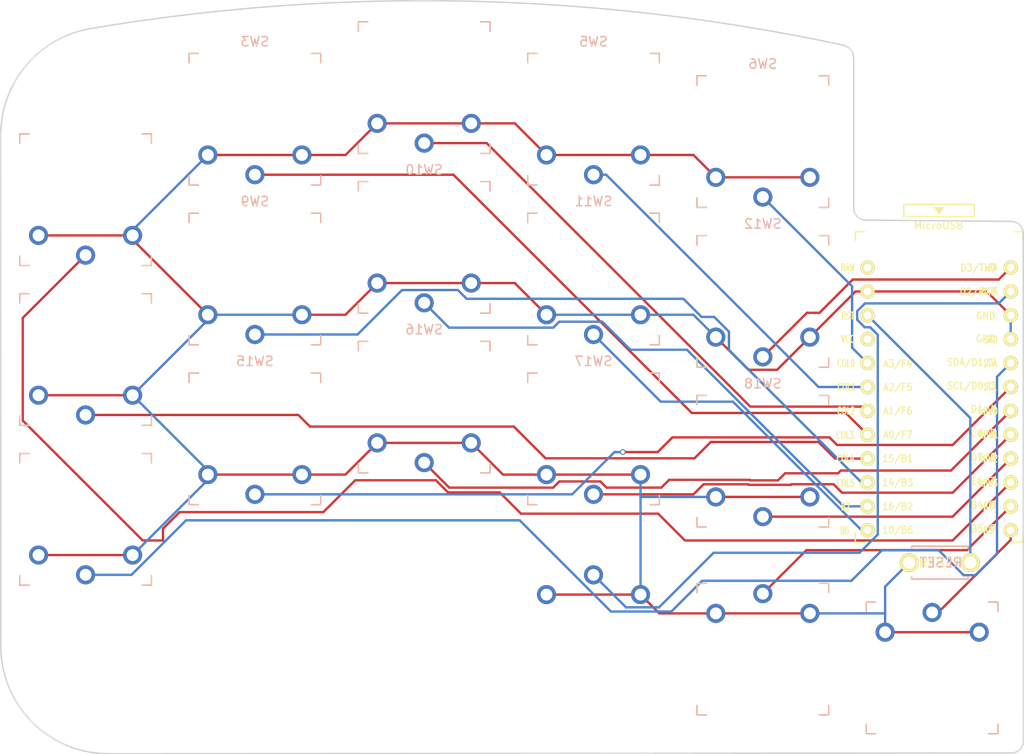
<source format=kicad_pcb>
(kicad_pcb (version 20171130) (host pcbnew 5.1.6)

  (general
    (thickness 1.6)
    (drawings 12)
    (tracks 200)
    (zones 0)
    (modules 20)
    (nets 23)
  )

  (page A4)
  (title_block
    (title "Besom BLE")
    (date 2020-09-03)
    (rev 1.0)
    (company broomlabs)
  )

  (layers
    (0 F.Cu signal)
    (31 B.Cu signal)
    (32 B.Adhes user)
    (33 F.Adhes user)
    (34 B.Paste user hide)
    (35 F.Paste user)
    (36 B.SilkS user)
    (37 F.SilkS user)
    (38 B.Mask user)
    (39 F.Mask user)
    (40 Dwgs.User user)
    (41 Cmts.User user)
    (42 Eco1.User user)
    (43 Eco2.User user)
    (44 Edge.Cuts user)
    (45 Margin user)
    (46 B.CrtYd user)
    (47 F.CrtYd user)
    (48 B.Fab user hide)
    (49 F.Fab user)
  )

  (setup
    (last_trace_width 0.25)
    (user_trace_width 0.5)
    (trace_clearance 0.2)
    (zone_clearance 0.508)
    (zone_45_only no)
    (trace_min 0.2)
    (via_size 0.6)
    (via_drill 0.4)
    (via_min_size 0.4)
    (via_min_drill 0.3)
    (uvia_size 0.3)
    (uvia_drill 0.1)
    (uvias_allowed no)
    (uvia_min_size 0.2)
    (uvia_min_drill 0.1)
    (edge_width 0.15)
    (segment_width 0.15)
    (pcb_text_width 0.3)
    (pcb_text_size 1.5 1.5)
    (mod_edge_width 0.15)
    (mod_text_size 1 1)
    (mod_text_width 0.15)
    (pad_size 2.032 2.032)
    (pad_drill 1.27)
    (pad_to_mask_clearance 0.2)
    (aux_axis_origin 145.73 12.66)
    (visible_elements FFFFEFFF)
    (pcbplotparams
      (layerselection 0x010cc_ffffffff)
      (usegerberextensions true)
      (usegerberattributes false)
      (usegerberadvancedattributes false)
      (creategerberjobfile false)
      (excludeedgelayer true)
      (linewidth 0.150000)
      (plotframeref false)
      (viasonmask false)
      (mode 1)
      (useauxorigin false)
      (hpglpennumber 1)
      (hpglpenspeed 20)
      (hpglpendiameter 15.000000)
      (psnegative false)
      (psa4output false)
      (plotreference true)
      (plotvalue true)
      (plotinvisibletext false)
      (padsonsilk false)
      (subtractmaskfromsilk false)
      (outputformat 1)
      (mirror false)
      (drillshape 0)
      (scaleselection 1)
      (outputdirectory "gerber/"))
  )

  (net 0 "")
  (net 1 row0)
  (net 2 row1)
  (net 3 row2)
  (net 4 row3)
  (net 5 "Net-(D20-Pad2)")
  (net 6 GND)
  (net 7 VCC)
  (net 8 col1)
  (net 9 col2)
  (net 10 col3)
  (net 11 col4)
  (net 12 col5)
  (net 13 LED)
  (net 14 data)
  (net 15 reset)
  (net 16 SCL)
  (net 17 SDA)
  (net 18 "Net-(U1-Pad14)")
  (net 19 "Net-(U1-Pad13)")
  (net 20 "Net-(U1-Pad12)")
  (net 21 "Net-(U1-Pad11)")
  (net 22 "Net-(U1-Pad24)")

  (net_class Default "これは標準のネット クラスです。"
    (clearance 0.2)
    (trace_width 0.25)
    (via_dia 0.6)
    (via_drill 0.4)
    (uvia_dia 0.3)
    (uvia_drill 0.1)
    (add_net GND)
    (add_net LED)
    (add_net "Net-(D20-Pad2)")
    (add_net "Net-(U1-Pad11)")
    (add_net "Net-(U1-Pad12)")
    (add_net "Net-(U1-Pad13)")
    (add_net "Net-(U1-Pad14)")
    (add_net "Net-(U1-Pad24)")
    (add_net SCL)
    (add_net SDA)
    (add_net VCC)
    (add_net col1)
    (add_net col2)
    (add_net col3)
    (add_net col4)
    (add_net col5)
    (add_net data)
    (add_net reset)
    (add_net row0)
    (add_net row1)
    (add_net row2)
    (add_net row3)
  )

  (module Kailh:SW_PG1350_reversible_b2 (layer B.Cu) (tedit 5F50AF6A) (tstamp 5F511043)
    (at 98 82.91)
    (descr "Kailh \"Choc\" PG1350 keyswitch, able to be mounted on front or back of PCB")
    (tags kailh,choc)
    (fp_text reference SW22 (at 4.6 -6) (layer Dwgs.User) hide
      (effects (font (size 1 1) (thickness 0.15)))
    )
    (fp_text value SW_PUSH (at -0.5 -5.999999) (layer Dwgs.User) hide
      (effects (font (size 1 1) (thickness 0.15)))
    )
    (fp_text user %R (at 0 0 -180) (layer B.Fab)
      (effects (font (size 1 1) (thickness 0.15)) (justify mirror))
    )
    (fp_text user %R (at 0 0 -180) (layer B.Fab)
      (effects (font (size 1 1) (thickness 0.15)) (justify mirror))
    )
    (fp_line (start -2.6 3.1) (end 2.6 3.1) (layer Eco2.User) (width 0.15))
    (fp_line (start 2.6 3.1) (end 2.6 6.3) (layer Eco2.User) (width 0.15))
    (fp_line (start 2.6 6.3) (end -2.6 6.3) (layer Eco2.User) (width 0.15))
    (fp_line (start -2.6 3.1) (end -2.6 6.3) (layer Eco2.User) (width 0.15))
    (fp_line (start -6.9 -6.9) (end 6.9 -6.9) (layer Eco2.User) (width 0.15))
    (fp_line (start 6.9 6.9) (end -6.9 6.9) (layer Eco2.User) (width 0.15))
    (fp_line (start 6.9 6.9) (end 6.9 -6.9) (layer Eco2.User) (width 0.15))
    (fp_line (start -6.9 -6.9) (end -6.9 6.9) (layer Eco2.User) (width 0.15))
    (fp_line (start -7.5 7.5) (end 7.5 7.5) (layer F.Fab) (width 0.15))
    (fp_line (start 7.5 7.5) (end 7.5 -7.5) (layer F.Fab) (width 0.15))
    (fp_line (start 7.5 -7.5) (end -7.5 -7.5) (layer F.Fab) (width 0.15))
    (fp_line (start -7.5 -7.5) (end -7.5 7.5) (layer F.Fab) (width 0.15))
    (fp_line (start -7.5 7.5) (end 7.5 7.5) (layer B.Fab) (width 0.15))
    (fp_line (start 7.5 -7.5) (end -7.5 -7.5) (layer B.Fab) (width 0.15))
    (fp_line (start 7.5 7.5) (end 7.5 -7.5) (layer B.Fab) (width 0.15))
    (fp_line (start -7.5 -7.5) (end -7.5 7.5) (layer B.Fab) (width 0.15))
    (fp_line (start -9 -8.5) (end -9 8.5) (layer Eco1.User) (width 0.12))
    (fp_line (start -9 8.5) (end 9 8.5) (layer Eco1.User) (width 0.12))
    (fp_line (start 9 -8.5) (end 9 8.5) (layer Eco1.User) (width 0.12))
    (fp_line (start -9 -8.5) (end 9 -8.5) (layer Eco1.User) (width 0.12))
    (pad "" np_thru_hole circle (at -5.22 4.2) (size 0.9906 0.9906) (drill 0.9906) (layers *.Cu *.Mask))
    (pad 2 thru_hole circle (at 5 -3.8) (size 2.032 2.032) (drill 1.27) (layers *.Cu *.Mask)
      (net 6 GND))
    (pad "" np_thru_hole circle (at 0 0) (size 3.429 3.429) (drill 3.429) (layers *.Cu *.Mask))
    (pad 2 thru_hole circle (at -5 -3.8) (size 2.032 2.032) (drill 1.27) (layers *.Cu *.Mask)
      (net 6 GND))
    (pad 1 thru_hole circle (at 0 -5.9) (size 2.032 2.032) (drill 1.27) (layers *.Cu *.Mask)
      (net 14 data))
    (pad "" np_thru_hole circle (at 5.22 4.2) (size 0.9906 0.9906) (drill 0.9906) (layers *.Cu *.Mask))
    (pad "" np_thru_hole circle (at 5.5 0) (size 1.7018 1.7018) (drill 1.7018) (layers *.Cu *.Mask))
    (pad "" np_thru_hole circle (at -5.5 0) (size 1.7018 1.7018) (drill 1.7018) (layers *.Cu *.Mask))
  )

  (module kbd:ProMicro_v3 (layer F.Cu) (tedit 5EAE9E67) (tstamp 5C238F3C)
    (at 134.74 58.8)
    (path /5A5E14C2)
    (fp_text reference U1 (at -0.1 -0.05 270) (layer F.SilkS) hide
      (effects (font (size 1 1) (thickness 0.15)))
    )
    (fp_text value ProMicro (at -0.45 -17) (layer F.Fab) hide
      (effects (font (size 1 1) (thickness 0.15)))
    )
    (fp_line (start -0.15 -20.4) (end 0.15 -20.4) (layer F.SilkS) (width 0.15))
    (fp_line (start -0.25 -20.55) (end 0.25 -20.55) (layer F.SilkS) (width 0.15))
    (fp_line (start -0.35 -20.7) (end 0.35 -20.7) (layer F.SilkS) (width 0.15))
    (fp_line (start 0 -20.2) (end -0.5 -20.85) (layer F.SilkS) (width 0.15))
    (fp_line (start 0.5 -20.85) (end 0 -20.2) (layer F.SilkS) (width 0.15))
    (fp_line (start -0.5 -20.85) (end 0.5 -20.85) (layer F.SilkS) (width 0.15))
    (fp_line (start 3.75 -21.2) (end -3.75 -21.2) (layer F.SilkS) (width 0.15))
    (fp_line (start 3.75 -19.9) (end 3.75 -21.2) (layer F.SilkS) (width 0.15))
    (fp_line (start -3.75 -19.9) (end 3.75 -19.9) (layer F.SilkS) (width 0.15))
    (fp_line (start -3.75 -21.2) (end -3.75 -19.9) (layer F.SilkS) (width 0.15))
    (fp_line (start 3.76 -18.3) (end 8.9 -18.3) (layer F.Fab) (width 0.15))
    (fp_line (start -3.75 -18.3) (end 3.75 -18.3) (layer F.Fab) (width 0.15))
    (fp_line (start -3.75 -19.6) (end -3.75 -18.299039) (layer F.Fab) (width 0.15))
    (fp_line (start 3.75 -19.6) (end 3.75 -18.3) (layer F.Fab) (width 0.15))
    (fp_line (start -3.75 -19.6) (end 3.75 -19.6) (layer F.Fab) (width 0.15))
    (fp_line (start -8.9 -18.3) (end -3.75 -18.3) (layer F.Fab) (width 0.15))
    (fp_line (start 8.9 -18.3) (end 8.9 14.75) (layer F.Fab) (width 0.15))
    (fp_line (start 8.9 14.75) (end -8.9 14.75) (layer F.Fab) (width 0.15))
    (fp_line (start -8.9 14.75) (end -8.9 -18.3) (layer F.Fab) (width 0.15))
    (fp_line (start -8.9 -18.3) (end -8.9 -17.3) (layer F.SilkS) (width 0.15))
    (fp_line (start 8.9 -18.3) (end 8.9 -17.3) (layer F.SilkS) (width 0.15))
    (fp_line (start -8.9 -18.3) (end -7.9 -18.3) (layer F.SilkS) (width 0.15))
    (fp_line (start 8.9 -18.3) (end 7.95 -18.3) (layer F.SilkS) (width 0.15))
    (fp_line (start -8.9 13.7) (end -8.9 14.75) (layer F.SilkS) (width 0.15))
    (fp_line (start 8.9 13.75) (end 8.9 14.75) (layer F.SilkS) (width 0.15))
    (fp_line (start -8.9 14.75) (end -7.9 14.75) (layer F.SilkS) (width 0.15))
    (fp_line (start 8.9 14.75) (end 7.89 14.75) (layer F.SilkS) (width 0.15))
    (fp_text user "" (at -1.2065 -16.256) (layer B.SilkS)
      (effects (font (size 1 1) (thickness 0.15)) (justify mirror))
    )
    (fp_text user "" (at -0.545 -17.4) (layer F.SilkS)
      (effects (font (size 1 1) (thickness 0.15)))
    )
    (fp_text user RAW (at -9.7155 -14.478 unlocked) (layer F.SilkS)
      (effects (font (size 0.75 0.5) (thickness 0.125)))
    )
    (fp_text user GND (at 5.461 -6.7945 unlocked) (layer F.SilkS)
      (effects (font (size 0.75 0.5) (thickness 0.125)))
    )
    (fp_text user RST (at -9.7155 -9.3345 unlocked) (layer F.SilkS)
      (effects (font (size 0.75 0.5) (thickness 0.125)))
    )
    (fp_text user VCC (at -9.7155 -6.858 unlocked) (layer F.SilkS)
      (effects (font (size 0.75 0.5) (thickness 0.125)))
    )
    (fp_text user A3/F4 (at -4.395 -4.25 unlocked) (layer F.SilkS)
      (effects (font (size 0.75 0.67) (thickness 0.125)))
    )
    (fp_text user A2/F5 (at -4.395 -1.75 unlocked) (layer F.SilkS)
      (effects (font (size 0.75 0.67) (thickness 0.125)))
    )
    (fp_text user A1/F6 (at -4.395 0.75 unlocked) (layer F.SilkS)
      (effects (font (size 0.75 0.67) (thickness 0.125)))
    )
    (fp_text user A0/F7 (at -4.395 3.3 unlocked) (layer F.SilkS)
      (effects (font (size 0.75 0.67) (thickness 0.125)))
    )
    (fp_text user 15/B1 (at -4.395 5.85 unlocked) (layer F.SilkS)
      (effects (font (size 0.75 0.67) (thickness 0.125)))
    )
    (fp_text user 14/B3 (at -4.395 8.4 unlocked) (layer F.SilkS)
      (effects (font (size 0.75 0.67) (thickness 0.125)))
    )
    (fp_text user 10/B6 (at -4.395 13.45 unlocked) (layer F.SilkS)
      (effects (font (size 0.75 0.67) (thickness 0.125)))
    )
    (fp_text user 16/B2 (at -4.395 10.95 unlocked) (layer F.SilkS)
      (effects (font (size 0.75 0.67) (thickness 0.125)))
    )
    (fp_text user E6/7 (at 4.705 8.25 unlocked) (layer F.SilkS)
      (effects (font (size 0.75 0.67) (thickness 0.125)))
    )
    (fp_text user D7/6 (at 4.705 5.7 unlocked) (layer F.SilkS)
      (effects (font (size 0.75 0.67) (thickness 0.125)))
    )
    (fp_text user GND (at 4.955 -9.35 unlocked) (layer F.SilkS)
      (effects (font (size 0.75 0.67) (thickness 0.125)))
    )
    (fp_text user GND (at 4.955 -6.9 unlocked) (layer F.SilkS)
      (effects (font (size 0.75 0.67) (thickness 0.125)))
    )
    (fp_text user D3/TX0 (at 4.155 -14.45 unlocked) (layer F.SilkS)
      (effects (font (size 0.75 0.67) (thickness 0.125)))
    )
    (fp_text user D4/4 (at 4.705 0.6 unlocked) (layer F.SilkS)
      (effects (font (size 0.75 0.67) (thickness 0.125)))
    )
    (fp_text user SDA/D1/2 (at 3.455 -4.4 unlocked) (layer F.SilkS)
      (effects (font (size 0.75 0.67) (thickness 0.125)))
    )
    (fp_text user SCL/D0/3 (at 3.455 -1.9 unlocked) (layer F.SilkS)
      (effects (font (size 0.75 0.67) (thickness 0.125)))
    )
    (fp_text user C6/5 (at 4.705 3.15 unlocked) (layer F.SilkS)
      (effects (font (size 0.75 0.67) (thickness 0.125)))
    )
    (fp_text user B5/9 (at 4.705 13.3 unlocked) (layer F.SilkS)
      (effects (font (size 0.75 0.67) (thickness 0.125)))
    )
    (fp_text user D2/RX1 (at 4.155 -11.9 unlocked) (layer F.SilkS)
      (effects (font (size 0.75 0.67) (thickness 0.125)))
    )
    (fp_text user B4/8 (at 4.705 10.8 unlocked) (layer F.SilkS)
      (effects (font (size 0.75 0.67) (thickness 0.125)))
    )
    (fp_text user MicroUSB (at -0.05 -18.95) (layer F.SilkS)
      (effects (font (size 0.75 0.75) (thickness 0.12)))
    )
    (fp_text user LED (at 5.5 -14.478) (layer F.SilkS)
      (effects (font (size 0.75 0.5) (thickness 0.125)))
    )
    (fp_text user DATA (at 5.35 -11.95) (layer F.SilkS)
      (effects (font (size 0.75 0.5) (thickness 0.125)))
    )
    (fp_text user COL3 (at -10 3.35) (layer F.SilkS)
      (effects (font (size 0.75 0.5) (thickness 0.125)))
    )
    (fp_text user ROW0 (at 5.2 0.8) (layer F.SilkS)
      (effects (font (size 0.75 0.5) (thickness 0.125)))
    )
    (fp_text user COL2 (at -9.9 0.762) (layer F.SilkS)
      (effects (font (size 0.75 0.5) (thickness 0.125)))
    )
    (fp_text user SCL (at 5.461 -1.778) (layer F.SilkS)
      (effects (font (size 0.75 0.5) (thickness 0.125)))
    )
    (fp_text user COL1 (at -9.85 -1.778) (layer F.SilkS)
      (effects (font (size 0.75 0.5) (thickness 0.125)))
    )
    (fp_text user SDA (at 5.461 -4.318) (layer F.SilkS)
      (effects (font (size 0.75 0.5) (thickness 0.125)))
    )
    (fp_text user COL0 (at -9.9 -4.3) (layer F.SilkS)
      (effects (font (size 0.75 0.5) (thickness 0.125)))
    )
    (fp_text user B6 (at -10.05 13.5) (layer F.SilkS)
      (effects (font (size 0.75 0.5) (thickness 0.125)))
    )
    (fp_text user B5 (at 5.2 13.5255) (layer F.SilkS)
      (effects (font (size 0.75 0.5) (thickness 0.125)))
    )
    (fp_text user B4 (at 5.2 10.922) (layer F.SilkS)
      (effects (font (size 0.75 0.5) (thickness 0.125)))
    )
    (fp_text user B2 (at -9.95 10.95) (layer F.SilkS)
      (effects (font (size 0.75 0.5) (thickness 0.125)))
    )
    (fp_text user ROW3 (at 5.2 8.4455) (layer F.SilkS)
      (effects (font (size 0.75 0.5) (thickness 0.125)))
    )
    (fp_text user COL5 (at -9.95 8.4455) (layer F.SilkS)
      (effects (font (size 0.75 0.5) (thickness 0.125)))
    )
    (fp_text user ROW2 (at 5.2 5.85) (layer F.SilkS)
      (effects (font (size 0.75 0.5) (thickness 0.125)))
    )
    (fp_text user COL4 (at -9.95 5.85) (layer F.SilkS)
      (effects (font (size 0.75 0.5) (thickness 0.125)))
    )
    (fp_text user ROW1 (at 5.25 3.302) (layer F.SilkS)
      (effects (font (size 0.75 0.5) (thickness 0.125)))
    )
    (pad 24 thru_hole circle (at -7.6086 -14.478) (size 1.524 1.524) (drill 0.8128) (layers *.Cu *.Mask F.SilkS)
      (net 22 "Net-(U1-Pad24)"))
    (pad 23 thru_hole circle (at -7.6086 -11.938) (size 1.524 1.524) (drill 0.8128) (layers *.Cu *.Mask F.SilkS)
      (net 6 GND))
    (pad 22 thru_hole circle (at -7.6086 -9.398) (size 1.524 1.524) (drill 0.8128) (layers *.Cu *.Mask F.SilkS)
      (net 15 reset))
    (pad 21 thru_hole circle (at -7.6086 -6.858) (size 1.524 1.524) (drill 0.8128) (layers *.Cu *.Mask F.SilkS)
      (net 7 VCC))
    (pad 20 thru_hole circle (at -7.6086 -4.318) (size 1.524 1.524) (drill 0.8128) (layers *.Cu *.Mask F.SilkS)
      (net 5 "Net-(D20-Pad2)"))
    (pad 19 thru_hole circle (at -7.6086 -1.778) (size 1.524 1.524) (drill 0.8128) (layers *.Cu *.Mask F.SilkS)
      (net 8 col1))
    (pad 18 thru_hole circle (at -7.6086 0.762) (size 1.524 1.524) (drill 0.8128) (layers *.Cu *.Mask F.SilkS)
      (net 9 col2))
    (pad 17 thru_hole circle (at -7.6086 3.302) (size 1.524 1.524) (drill 0.8128) (layers *.Cu *.Mask F.SilkS)
      (net 10 col3))
    (pad 16 thru_hole circle (at -7.6086 5.842) (size 1.524 1.524) (drill 0.8128) (layers *.Cu *.Mask F.SilkS)
      (net 11 col4))
    (pad 15 thru_hole circle (at -7.6086 8.382) (size 1.524 1.524) (drill 0.8128) (layers *.Cu *.Mask F.SilkS)
      (net 12 col5))
    (pad 14 thru_hole circle (at -7.6086 10.922) (size 1.524 1.524) (drill 0.8128) (layers *.Cu *.Mask F.SilkS)
      (net 18 "Net-(U1-Pad14)"))
    (pad 13 thru_hole circle (at -7.6086 13.462) (size 1.524 1.524) (drill 0.8128) (layers *.Cu *.Mask F.SilkS)
      (net 19 "Net-(U1-Pad13)"))
    (pad 12 thru_hole circle (at 7.6114 13.462) (size 1.524 1.524) (drill 0.8128) (layers *.Cu *.Mask F.SilkS)
      (net 20 "Net-(U1-Pad12)"))
    (pad 11 thru_hole circle (at 7.6114 10.922) (size 1.524 1.524) (drill 0.8128) (layers *.Cu *.Mask F.SilkS)
      (net 21 "Net-(U1-Pad11)"))
    (pad 10 thru_hole circle (at 7.6114 8.382) (size 1.524 1.524) (drill 0.8128) (layers *.Cu *.Mask F.SilkS)
      (net 4 row3))
    (pad 9 thru_hole circle (at 7.6114 5.842) (size 1.524 1.524) (drill 0.8128) (layers *.Cu *.Mask F.SilkS)
      (net 3 row2))
    (pad 8 thru_hole circle (at 7.6114 3.302) (size 1.524 1.524) (drill 0.8128) (layers *.Cu *.Mask F.SilkS)
      (net 2 row1))
    (pad 7 thru_hole circle (at 7.6114 0.762) (size 1.524 1.524) (drill 0.8128) (layers *.Cu *.Mask F.SilkS)
      (net 1 row0))
    (pad 6 thru_hole circle (at 7.6114 -1.778) (size 1.524 1.524) (drill 0.8128) (layers *.Cu *.Mask F.SilkS)
      (net 16 SCL))
    (pad 5 thru_hole circle (at 7.6114 -4.318) (size 1.524 1.524) (drill 0.8128) (layers *.Cu *.Mask F.SilkS)
      (net 17 SDA))
    (pad 4 thru_hole circle (at 7.6114 -6.858) (size 1.524 1.524) (drill 0.8128) (layers *.Cu *.Mask F.SilkS)
      (net 6 GND))
    (pad 3 thru_hole circle (at 7.6114 -9.398) (size 1.524 1.524) (drill 0.8128) (layers *.Cu *.Mask F.SilkS)
      (net 6 GND))
    (pad 2 thru_hole circle (at 7.6114 -11.938) (size 1.524 1.524) (drill 0.8128) (layers *.Cu *.Mask F.SilkS)
      (net 14 data))
    (pad 1 thru_hole circle (at 7.6114 -14.478) (size 1.524 1.524) (drill 0.8128) (layers *.Cu *.Mask F.SilkS)
      (net 13 LED))
  )

  (module chocs:SW_PG1350_reversible_b2 (layer B.Cu) (tedit 5EF324D0) (tstamp 5EBA60B1)
    (at 116 84.91)
    (descr "Kailh \"Choc\" PG1350 keyswitch, able to be mounted on front or back of PCB")
    (tags kailh,choc)
    (path /5A5E37A4)
    (fp_text reference SW20 (at 4.600001 -6) (layer Dwgs.User) hide
      (effects (font (size 1 1) (thickness 0.15)))
    )
    (fp_text value SW_PUSH (at -0.5 -6) (layer Dwgs.User) hide
      (effects (font (size 1 1) (thickness 0.15)))
    )
    (fp_line (start -9 -8.5) (end 9 -8.5) (layer Eco1.User) (width 0.12))
    (fp_line (start 9 -8.5) (end 9 8.5) (layer Eco1.User) (width 0.12))
    (fp_line (start -9 8.5) (end 9 8.5) (layer Eco1.User) (width 0.12))
    (fp_line (start -9 -8.5) (end -9 8.5) (layer Eco1.User) (width 0.12))
    (fp_line (start -7.5 -7.5) (end -7.5 7.5) (layer B.Fab) (width 0.15))
    (fp_line (start 7.5 7.5) (end 7.5 -7.5) (layer B.Fab) (width 0.15))
    (fp_line (start 7.5 -7.5) (end -7.5 -7.5) (layer B.Fab) (width 0.15))
    (fp_line (start -7.5 7.5) (end 7.5 7.5) (layer B.Fab) (width 0.15))
    (fp_line (start -7.5 -7.5) (end -7.5 7.5) (layer F.Fab) (width 0.15))
    (fp_line (start 7.5 -7.5) (end -7.5 -7.5) (layer F.Fab) (width 0.15))
    (fp_line (start 7.5 7.5) (end 7.5 -7.5) (layer F.Fab) (width 0.15))
    (fp_line (start -7.5 7.5) (end 7.5 7.5) (layer F.Fab) (width 0.15))
    (fp_line (start -6.9 -6.9) (end -6.9 6.9) (layer Eco2.User) (width 0.15))
    (fp_line (start 6.9 6.9) (end 6.9 -6.9) (layer Eco2.User) (width 0.15))
    (fp_line (start 6.9 6.9) (end -6.9 6.9) (layer Eco2.User) (width 0.15))
    (fp_line (start -6.9 -6.9) (end 6.9 -6.9) (layer Eco2.User) (width 0.15))
    (fp_line (start 7 7) (end 7 6) (layer F.SilkS) (width 0.15))
    (fp_line (start 6 7) (end 7 7) (layer F.SilkS) (width 0.15))
    (fp_line (start 7 -7) (end 6 -7) (layer F.SilkS) (width 0.15))
    (fp_line (start 7 -6) (end 7 -7) (layer F.SilkS) (width 0.15))
    (fp_line (start -7 -7) (end -7 -6) (layer F.SilkS) (width 0.15))
    (fp_line (start -6 -7) (end -7 -7) (layer F.SilkS) (width 0.15))
    (fp_line (start -7 7) (end -6 7) (layer F.SilkS) (width 0.15))
    (fp_line (start -7 6) (end -7 7) (layer F.SilkS) (width 0.15))
    (fp_line (start -2.6 3.1) (end -2.6 6.3) (layer Eco2.User) (width 0.15))
    (fp_line (start 2.6 6.3) (end -2.6 6.3) (layer Eco2.User) (width 0.15))
    (fp_line (start 2.6 3.1) (end 2.6 6.3) (layer Eco2.User) (width 0.15))
    (fp_line (start -2.6 3.1) (end 2.6 3.1) (layer Eco2.User) (width 0.15))
    (fp_line (start -7 7) (end -6 7) (layer B.SilkS) (width 0.15))
    (fp_line (start -7 6) (end -7 7) (layer B.SilkS) (width 0.15))
    (fp_line (start -7 -7) (end -7 -6) (layer B.SilkS) (width 0.15))
    (fp_line (start -6 -7) (end -7 -7) (layer B.SilkS) (width 0.15))
    (fp_line (start 7 -7) (end 6 -7) (layer B.SilkS) (width 0.15))
    (fp_line (start 7 -6) (end 7 -7) (layer B.SilkS) (width 0.15))
    (fp_line (start 7 7) (end 7 6) (layer B.SilkS) (width 0.15))
    (fp_line (start 6 7) (end 7 7) (layer B.SilkS) (width 0.15))
    (fp_text user %R (at 0 0) (layer B.Fab)
      (effects (font (size 1 1) (thickness 0.15)) (justify mirror))
    )
    (fp_text user %V (at 0 -8.255) (layer F.Fab)
      (effects (font (size 1 1) (thickness 0.15)))
    )
    (fp_text user %R (at 0 0) (layer B.Fab)
      (effects (font (size 1 1) (thickness 0.15)) (justify mirror))
    )
    (fp_text user %R (at 0 0) (layer B.Fab)
      (effects (font (size 1 1) (thickness 0.15)) (justify mirror))
    )
    (pad "" np_thru_hole circle (at -5.22 4.2) (size 0.9906 0.9906) (drill 0.9906) (layers *.Cu *.Mask))
    (pad 2 thru_hole circle (at 5 -3.8) (size 2.032 2.032) (drill 1.27) (layers *.Cu *.Mask)
      (net 6 GND))
    (pad "" np_thru_hole circle (at 0 0) (size 3.429 3.429) (drill 3.429) (layers *.Cu *.Mask))
    (pad 2 thru_hole circle (at -5 -3.8) (size 2.032 2.032) (drill 1.27) (layers *.Cu *.Mask)
      (net 6 GND))
    (pad 1 thru_hole circle (at 0 -5.9) (size 2.032 2.032) (drill 1.27) (layers *.Cu *.Mask)
      (net 21 "Net-(U1-Pad11)"))
    (pad "" np_thru_hole circle (at 5.22 4.2) (size 0.9906 0.9906) (drill 0.9906) (layers *.Cu *.Mask))
    (pad "" np_thru_hole circle (at 5.5 0) (size 1.7018 1.7018) (drill 1.7018) (layers *.Cu *.Mask))
    (pad "" np_thru_hole circle (at -5.5 0) (size 1.7018 1.7018) (drill 1.7018) (layers *.Cu *.Mask))
  )

  (module chocs:SW_PG1350_reversible_b2 (layer F.Cu) (tedit 5EF324D0) (tstamp 5C23880A)
    (at 116 64.92)
    (descr "Kailh \"Choc\" PG1350 keyswitch, able to be mounted on front or back of PCB")
    (tags kailh,choc)
    (path /5A5E35D5)
    (fp_text reference SW18 (at 4.6 6 180) (layer Dwgs.User) hide
      (effects (font (size 1 1) (thickness 0.15)))
    )
    (fp_text value SW_PUSH (at -0.5 6 180) (layer Dwgs.User) hide
      (effects (font (size 1 1) (thickness 0.15)))
    )
    (fp_line (start -9 8.5) (end 9 8.5) (layer Eco1.User) (width 0.12))
    (fp_line (start 9 8.5) (end 9 -8.5) (layer Eco1.User) (width 0.12))
    (fp_line (start -9 -8.5) (end 9 -8.5) (layer Eco1.User) (width 0.12))
    (fp_line (start -9 8.5) (end -9 -8.5) (layer Eco1.User) (width 0.12))
    (fp_line (start -7.5 7.5) (end -7.5 -7.5) (layer F.Fab) (width 0.15))
    (fp_line (start 7.5 -7.5) (end 7.5 7.5) (layer F.Fab) (width 0.15))
    (fp_line (start 7.5 7.5) (end -7.5 7.5) (layer F.Fab) (width 0.15))
    (fp_line (start -7.5 -7.5) (end 7.5 -7.5) (layer F.Fab) (width 0.15))
    (fp_line (start -7.5 7.5) (end -7.5 -7.5) (layer B.Fab) (width 0.15))
    (fp_line (start 7.5 7.5) (end -7.5 7.5) (layer B.Fab) (width 0.15))
    (fp_line (start 7.5 -7.5) (end 7.5 7.5) (layer B.Fab) (width 0.15))
    (fp_line (start -7.5 -7.5) (end 7.5 -7.5) (layer B.Fab) (width 0.15))
    (fp_line (start -6.9 6.9) (end -6.9 -6.9) (layer Eco2.User) (width 0.15))
    (fp_line (start 6.9 -6.9) (end 6.9 6.9) (layer Eco2.User) (width 0.15))
    (fp_line (start 6.9 -6.9) (end -6.9 -6.9) (layer Eco2.User) (width 0.15))
    (fp_line (start -6.9 6.9) (end 6.9 6.9) (layer Eco2.User) (width 0.15))
    (fp_line (start 7 -7) (end 7 -6) (layer B.SilkS) (width 0.15))
    (fp_line (start 6 -7) (end 7 -7) (layer B.SilkS) (width 0.15))
    (fp_line (start 7 7) (end 6 7) (layer B.SilkS) (width 0.15))
    (fp_line (start 7 6) (end 7 7) (layer B.SilkS) (width 0.15))
    (fp_line (start -7 7) (end -7 6) (layer B.SilkS) (width 0.15))
    (fp_line (start -6 7) (end -7 7) (layer B.SilkS) (width 0.15))
    (fp_line (start -7 -7) (end -6 -7) (layer B.SilkS) (width 0.15))
    (fp_line (start -7 -6) (end -7 -7) (layer B.SilkS) (width 0.15))
    (fp_line (start -2.6 -3.1) (end -2.6 -6.3) (layer Eco2.User) (width 0.15))
    (fp_line (start 2.6 -6.3) (end -2.6 -6.3) (layer Eco2.User) (width 0.15))
    (fp_line (start 2.6 -3.1) (end 2.6 -6.3) (layer Eco2.User) (width 0.15))
    (fp_line (start -2.6 -3.1) (end 2.6 -3.1) (layer Eco2.User) (width 0.15))
    (fp_line (start -7 -7) (end -6 -7) (layer F.SilkS) (width 0.15))
    (fp_line (start -7 -6) (end -7 -7) (layer F.SilkS) (width 0.15))
    (fp_line (start -7 7) (end -7 6) (layer F.SilkS) (width 0.15))
    (fp_line (start -6 7) (end -7 7) (layer F.SilkS) (width 0.15))
    (fp_line (start 7 7) (end 6 7) (layer F.SilkS) (width 0.15))
    (fp_line (start 7 6) (end 7 7) (layer F.SilkS) (width 0.15))
    (fp_line (start 7 -7) (end 7 -6) (layer F.SilkS) (width 0.15))
    (fp_line (start 6 -7) (end 7 -7) (layer F.SilkS) (width 0.15))
    (fp_text user %R (at 0 -8.255) (layer B.SilkS)
      (effects (font (size 1 1) (thickness 0.15)) (justify mirror))
    )
    (fp_text user %V (at 0 8.255) (layer B.Fab)
      (effects (font (size 1 1) (thickness 0.15)) (justify mirror))
    )
    (fp_text user %R (at 0 0) (layer F.Fab)
      (effects (font (size 1 1) (thickness 0.15)))
    )
    (fp_text user %R (at 0 0) (layer F.Fab)
      (effects (font (size 1 1) (thickness 0.15)))
    )
    (pad "" np_thru_hole circle (at -5.22 -4.2) (size 0.9906 0.9906) (drill 0.9906) (layers *.Cu *.Mask))
    (pad 2 thru_hole circle (at 5 3.8) (size 2.032 2.032) (drill 1.27) (layers *.Cu *.Mask)
      (net 6 GND))
    (pad "" np_thru_hole circle (at 0 0) (size 3.429 3.429) (drill 3.429) (layers *.Cu *.Mask))
    (pad 2 thru_hole circle (at -5 3.8) (size 2.032 2.032) (drill 1.27) (layers *.Cu *.Mask)
      (net 6 GND))
    (pad 1 thru_hole circle (at 0 5.9) (size 2.032 2.032) (drill 1.27) (layers *.Cu *.Mask)
      (net 3 row2))
    (pad "" np_thru_hole circle (at 5.22 -4.2) (size 0.9906 0.9906) (drill 0.9906) (layers *.Cu *.Mask))
    (pad "" np_thru_hole circle (at 5.5 0) (size 1.7018 1.7018) (drill 1.7018) (layers *.Cu *.Mask))
    (pad "" np_thru_hole circle (at -5.5 0) (size 1.7018 1.7018) (drill 1.7018) (layers *.Cu *.Mask))
  )

  (module chocs:SW_PG1350_reversible_b2 (layer B.Cu) (tedit 5EF324D0) (tstamp 5EBA613E)
    (at 134 86.91)
    (descr "Kailh \"Choc\" PG1350 keyswitch, able to be mounted on front or back of PCB")
    (tags kailh,choc)
    (path /5A5E37B0)
    (fp_text reference SW21 (at 4.6 -6 180) (layer Dwgs.User) hide
      (effects (font (size 1 1) (thickness 0.15)))
    )
    (fp_text value SW_PUSH (at -0.5 -6 180) (layer Dwgs.User) hide
      (effects (font (size 1 1) (thickness 0.15)))
    )
    (fp_line (start -9 -8.5) (end 9 -8.5) (layer Eco1.User) (width 0.12))
    (fp_line (start 9 -8.5) (end 9 8.5) (layer Eco1.User) (width 0.12))
    (fp_line (start -9 8.5) (end 9 8.5) (layer Eco1.User) (width 0.12))
    (fp_line (start -9 -8.5) (end -9 8.5) (layer Eco1.User) (width 0.12))
    (fp_line (start -7.5 -7.5) (end -7.5 7.5) (layer B.Fab) (width 0.15))
    (fp_line (start 7.5 7.5) (end 7.5 -7.5) (layer B.Fab) (width 0.15))
    (fp_line (start 7.5 -7.5) (end -7.5 -7.5) (layer B.Fab) (width 0.15))
    (fp_line (start -7.5 7.5) (end 7.5 7.5) (layer B.Fab) (width 0.15))
    (fp_line (start -7.5 -7.5) (end -7.5 7.5) (layer F.Fab) (width 0.15))
    (fp_line (start 7.5 -7.5) (end -7.5 -7.5) (layer F.Fab) (width 0.15))
    (fp_line (start 7.5 7.5) (end 7.5 -7.5) (layer F.Fab) (width 0.15))
    (fp_line (start -7.5 7.5) (end 7.5 7.5) (layer F.Fab) (width 0.15))
    (fp_line (start -6.9 -6.9) (end -6.9 6.9) (layer Eco2.User) (width 0.15))
    (fp_line (start 6.9 6.9) (end 6.9 -6.9) (layer Eco2.User) (width 0.15))
    (fp_line (start 6.9 6.9) (end -6.9 6.9) (layer Eco2.User) (width 0.15))
    (fp_line (start -6.9 -6.9) (end 6.9 -6.9) (layer Eco2.User) (width 0.15))
    (fp_line (start 7 7) (end 7 6) (layer F.SilkS) (width 0.15))
    (fp_line (start 6 7) (end 7 7) (layer F.SilkS) (width 0.15))
    (fp_line (start 7 -7) (end 6 -7) (layer F.SilkS) (width 0.15))
    (fp_line (start 7 -6) (end 7 -7) (layer F.SilkS) (width 0.15))
    (fp_line (start -7 -7) (end -7 -6) (layer F.SilkS) (width 0.15))
    (fp_line (start -6 -7) (end -7 -7) (layer F.SilkS) (width 0.15))
    (fp_line (start -7 7) (end -6 7) (layer F.SilkS) (width 0.15))
    (fp_line (start -7 6) (end -7 7) (layer F.SilkS) (width 0.15))
    (fp_line (start -2.6 3.1) (end -2.6 6.3) (layer Eco2.User) (width 0.15))
    (fp_line (start 2.6 6.3) (end -2.6 6.3) (layer Eco2.User) (width 0.15))
    (fp_line (start 2.6 3.1) (end 2.6 6.3) (layer Eco2.User) (width 0.15))
    (fp_line (start -2.6 3.1) (end 2.6 3.1) (layer Eco2.User) (width 0.15))
    (fp_line (start -7 7) (end -6 7) (layer B.SilkS) (width 0.15))
    (fp_line (start -7 6) (end -7 7) (layer B.SilkS) (width 0.15))
    (fp_line (start -7 -7) (end -7 -6) (layer B.SilkS) (width 0.15))
    (fp_line (start -6 -7) (end -7 -7) (layer B.SilkS) (width 0.15))
    (fp_line (start 7 -7) (end 6 -7) (layer B.SilkS) (width 0.15))
    (fp_line (start 7 -6) (end 7 -7) (layer B.SilkS) (width 0.15))
    (fp_line (start 7 7) (end 7 6) (layer B.SilkS) (width 0.15))
    (fp_line (start 6 7) (end 7 7) (layer B.SilkS) (width 0.15))
    (fp_text user %V (at 0 -8.255) (layer F.Fab)
      (effects (font (size 1 1) (thickness 0.15)))
    )
    (fp_text user %R (at 0 0) (layer B.Fab)
      (effects (font (size 1 1) (thickness 0.15)) (justify mirror))
    )
    (fp_text user %R (at 0 0) (layer B.Fab)
      (effects (font (size 1 1) (thickness 0.15)) (justify mirror))
    )
    (pad "" np_thru_hole circle (at -5.22 4.2) (size 0.9906 0.9906) (drill 0.9906) (layers *.Cu *.Mask))
    (pad 2 thru_hole circle (at 5 -3.8) (size 2.032 2.032) (drill 1.27) (layers *.Cu *.Mask)
      (net 6 GND))
    (pad "" np_thru_hole circle (at 0 0) (size 3.429 3.429) (drill 3.429) (layers *.Cu *.Mask))
    (pad 2 thru_hole circle (at -5 -3.8) (size 2.032 2.032) (drill 1.27) (layers *.Cu *.Mask)
      (net 6 GND))
    (pad 1 thru_hole circle (at 0 -5.9) (size 2.032 2.032) (drill 1.27) (layers *.Cu *.Mask)
      (net 20 "Net-(U1-Pad12)"))
    (pad "" np_thru_hole circle (at 5.22 4.2) (size 0.9906 0.9906) (drill 0.9906) (layers *.Cu *.Mask))
    (pad "" np_thru_hole circle (at 5.5 0) (size 1.7018 1.7018) (drill 1.7018) (layers *.Cu *.Mask))
    (pad "" np_thru_hole circle (at -5.5 0) (size 1.7018 1.7018) (drill 1.7018) (layers *.Cu *.Mask))
  )

  (module chocs:SW_PG1350_reversible_b2 (layer F.Cu) (tedit 5EF324D0) (tstamp 5C2387F4)
    (at 98 62.545)
    (descr "Kailh \"Choc\" PG1350 keyswitch, able to be mounted on front or back of PCB")
    (tags kailh,choc)
    (path /5A5E35CF)
    (fp_text reference SW17 (at 4.6 6 180) (layer Dwgs.User) hide
      (effects (font (size 1 1) (thickness 0.15)))
    )
    (fp_text value SW_PUSH (at -0.5 6 180) (layer Dwgs.User) hide
      (effects (font (size 1 1) (thickness 0.15)))
    )
    (fp_line (start -9 8.5) (end 9 8.5) (layer Eco1.User) (width 0.12))
    (fp_line (start 9 8.5) (end 9 -8.5) (layer Eco1.User) (width 0.12))
    (fp_line (start -9 -8.5) (end 9 -8.5) (layer Eco1.User) (width 0.12))
    (fp_line (start -9 8.5) (end -9 -8.5) (layer Eco1.User) (width 0.12))
    (fp_line (start -7.5 7.5) (end -7.5 -7.5) (layer F.Fab) (width 0.15))
    (fp_line (start 7.5 -7.5) (end 7.5 7.5) (layer F.Fab) (width 0.15))
    (fp_line (start 7.5 7.5) (end -7.5 7.5) (layer F.Fab) (width 0.15))
    (fp_line (start -7.5 -7.5) (end 7.5 -7.5) (layer F.Fab) (width 0.15))
    (fp_line (start -7.5 7.5) (end -7.5 -7.5) (layer B.Fab) (width 0.15))
    (fp_line (start 7.5 7.5) (end -7.5 7.5) (layer B.Fab) (width 0.15))
    (fp_line (start 7.5 -7.5) (end 7.5 7.5) (layer B.Fab) (width 0.15))
    (fp_line (start -7.5 -7.5) (end 7.5 -7.5) (layer B.Fab) (width 0.15))
    (fp_line (start -6.9 6.9) (end -6.9 -6.9) (layer Eco2.User) (width 0.15))
    (fp_line (start 6.9 -6.9) (end 6.9 6.9) (layer Eco2.User) (width 0.15))
    (fp_line (start 6.9 -6.9) (end -6.9 -6.9) (layer Eco2.User) (width 0.15))
    (fp_line (start -6.9 6.9) (end 6.9 6.9) (layer Eco2.User) (width 0.15))
    (fp_line (start 7 -7) (end 7 -6) (layer B.SilkS) (width 0.15))
    (fp_line (start 6 -7) (end 7 -7) (layer B.SilkS) (width 0.15))
    (fp_line (start 7 7) (end 6 7) (layer B.SilkS) (width 0.15))
    (fp_line (start 7 6) (end 7 7) (layer B.SilkS) (width 0.15))
    (fp_line (start -7 7) (end -7 6) (layer B.SilkS) (width 0.15))
    (fp_line (start -6 7) (end -7 7) (layer B.SilkS) (width 0.15))
    (fp_line (start -7 -7) (end -6 -7) (layer B.SilkS) (width 0.15))
    (fp_line (start -7 -6) (end -7 -7) (layer B.SilkS) (width 0.15))
    (fp_line (start -2.6 -3.1) (end -2.6 -6.3) (layer Eco2.User) (width 0.15))
    (fp_line (start 2.6 -6.3) (end -2.6 -6.3) (layer Eco2.User) (width 0.15))
    (fp_line (start 2.6 -3.1) (end 2.6 -6.3) (layer Eco2.User) (width 0.15))
    (fp_line (start -2.6 -3.1) (end 2.6 -3.1) (layer Eco2.User) (width 0.15))
    (fp_line (start -7 -7) (end -6 -7) (layer F.SilkS) (width 0.15))
    (fp_line (start -7 -6) (end -7 -7) (layer F.SilkS) (width 0.15))
    (fp_line (start -7 7) (end -7 6) (layer F.SilkS) (width 0.15))
    (fp_line (start -6 7) (end -7 7) (layer F.SilkS) (width 0.15))
    (fp_line (start 7 7) (end 6 7) (layer F.SilkS) (width 0.15))
    (fp_line (start 7 6) (end 7 7) (layer F.SilkS) (width 0.15))
    (fp_line (start 7 -7) (end 7 -6) (layer F.SilkS) (width 0.15))
    (fp_line (start 6 -7) (end 7 -7) (layer F.SilkS) (width 0.15))
    (fp_text user %R (at 0 -8.255) (layer B.SilkS)
      (effects (font (size 1 1) (thickness 0.15)) (justify mirror))
    )
    (fp_text user %V (at 0 8.255) (layer B.Fab)
      (effects (font (size 1 1) (thickness 0.15)) (justify mirror))
    )
    (fp_text user %R (at 0 0) (layer F.Fab)
      (effects (font (size 1 1) (thickness 0.15)))
    )
    (fp_text user %R (at 0 0) (layer F.Fab)
      (effects (font (size 1 1) (thickness 0.15)))
    )
    (pad "" np_thru_hole circle (at -5.22 -4.2) (size 0.9906 0.9906) (drill 0.9906) (layers *.Cu *.Mask))
    (pad 2 thru_hole circle (at 5 3.8) (size 2.032 2.032) (drill 1.27) (layers *.Cu *.Mask)
      (net 6 GND))
    (pad "" np_thru_hole circle (at 0 0) (size 3.429 3.429) (drill 3.429) (layers *.Cu *.Mask))
    (pad 2 thru_hole circle (at -5 3.8) (size 2.032 2.032) (drill 1.27) (layers *.Cu *.Mask)
      (net 6 GND))
    (pad 1 thru_hole circle (at 0 5.9) (size 2.032 2.032) (drill 1.27) (layers *.Cu *.Mask)
      (net 2 row1))
    (pad "" np_thru_hole circle (at 5.22 -4.2) (size 0.9906 0.9906) (drill 0.9906) (layers *.Cu *.Mask))
    (pad "" np_thru_hole circle (at 5.5 0) (size 1.7018 1.7018) (drill 1.7018) (layers *.Cu *.Mask))
    (pad "" np_thru_hole circle (at -5.5 0) (size 1.7018 1.7018) (drill 1.7018) (layers *.Cu *.Mask))
  )

  (module chocs:SW_PG1350_reversible_b2 (layer F.Cu) (tedit 5EF324D0) (tstamp 5C2387DE)
    (at 80 59.17)
    (descr "Kailh \"Choc\" PG1350 keyswitch, able to be mounted on front or back of PCB")
    (tags kailh,choc)
    (path /5A5E35C9)
    (fp_text reference SW16 (at 4.6 6 180) (layer Dwgs.User) hide
      (effects (font (size 1 1) (thickness 0.15)))
    )
    (fp_text value SW_PUSH (at -0.5 6 180) (layer Dwgs.User) hide
      (effects (font (size 1 1) (thickness 0.15)))
    )
    (fp_line (start -9 8.5) (end 9 8.5) (layer Eco1.User) (width 0.12))
    (fp_line (start 9 8.5) (end 9 -8.5) (layer Eco1.User) (width 0.12))
    (fp_line (start -9 -8.5) (end 9 -8.5) (layer Eco1.User) (width 0.12))
    (fp_line (start -9 8.5) (end -9 -8.5) (layer Eco1.User) (width 0.12))
    (fp_line (start -7.5 7.5) (end -7.5 -7.5) (layer F.Fab) (width 0.15))
    (fp_line (start 7.5 -7.5) (end 7.5 7.5) (layer F.Fab) (width 0.15))
    (fp_line (start 7.5 7.5) (end -7.5 7.5) (layer F.Fab) (width 0.15))
    (fp_line (start -7.5 -7.5) (end 7.5 -7.5) (layer F.Fab) (width 0.15))
    (fp_line (start -7.5 7.5) (end -7.5 -7.5) (layer B.Fab) (width 0.15))
    (fp_line (start 7.5 7.5) (end -7.5 7.5) (layer B.Fab) (width 0.15))
    (fp_line (start 7.5 -7.5) (end 7.5 7.5) (layer B.Fab) (width 0.15))
    (fp_line (start -7.5 -7.5) (end 7.5 -7.5) (layer B.Fab) (width 0.15))
    (fp_line (start -6.9 6.9) (end -6.9 -6.9) (layer Eco2.User) (width 0.15))
    (fp_line (start 6.9 -6.9) (end 6.9 6.9) (layer Eco2.User) (width 0.15))
    (fp_line (start 6.9 -6.9) (end -6.9 -6.9) (layer Eco2.User) (width 0.15))
    (fp_line (start -6.9 6.9) (end 6.9 6.9) (layer Eco2.User) (width 0.15))
    (fp_line (start 7 -7) (end 7 -6) (layer B.SilkS) (width 0.15))
    (fp_line (start 6 -7) (end 7 -7) (layer B.SilkS) (width 0.15))
    (fp_line (start 7 7) (end 6 7) (layer B.SilkS) (width 0.15))
    (fp_line (start 7 6) (end 7 7) (layer B.SilkS) (width 0.15))
    (fp_line (start -7 7) (end -7 6) (layer B.SilkS) (width 0.15))
    (fp_line (start -6 7) (end -7 7) (layer B.SilkS) (width 0.15))
    (fp_line (start -7 -7) (end -6 -7) (layer B.SilkS) (width 0.15))
    (fp_line (start -7 -6) (end -7 -7) (layer B.SilkS) (width 0.15))
    (fp_line (start -2.6 -3.1) (end -2.6 -6.3) (layer Eco2.User) (width 0.15))
    (fp_line (start 2.6 -6.3) (end -2.6 -6.3) (layer Eco2.User) (width 0.15))
    (fp_line (start 2.6 -3.1) (end 2.6 -6.3) (layer Eco2.User) (width 0.15))
    (fp_line (start -2.6 -3.1) (end 2.6 -3.1) (layer Eco2.User) (width 0.15))
    (fp_line (start -7 -7) (end -6 -7) (layer F.SilkS) (width 0.15))
    (fp_line (start -7 -6) (end -7 -7) (layer F.SilkS) (width 0.15))
    (fp_line (start -7 7) (end -7 6) (layer F.SilkS) (width 0.15))
    (fp_line (start -6 7) (end -7 7) (layer F.SilkS) (width 0.15))
    (fp_line (start 7 7) (end 6 7) (layer F.SilkS) (width 0.15))
    (fp_line (start 7 6) (end 7 7) (layer F.SilkS) (width 0.15))
    (fp_line (start 7 -7) (end 7 -6) (layer F.SilkS) (width 0.15))
    (fp_line (start 6 -7) (end 7 -7) (layer F.SilkS) (width 0.15))
    (fp_text user %R (at 0 -8.255) (layer B.SilkS)
      (effects (font (size 1 1) (thickness 0.15)) (justify mirror))
    )
    (fp_text user %V (at 0 8.255) (layer B.Fab)
      (effects (font (size 1 1) (thickness 0.15)) (justify mirror))
    )
    (fp_text user %R (at 0 0) (layer F.Fab)
      (effects (font (size 1 1) (thickness 0.15)))
    )
    (fp_text user %R (at 0 0) (layer F.Fab)
      (effects (font (size 1 1) (thickness 0.15)))
    )
    (pad "" np_thru_hole circle (at -5.22 -4.2) (size 0.9906 0.9906) (drill 0.9906) (layers *.Cu *.Mask))
    (pad 2 thru_hole circle (at 5 3.8) (size 2.032 2.032) (drill 1.27) (layers *.Cu *.Mask)
      (net 6 GND))
    (pad "" np_thru_hole circle (at 0 0) (size 3.429 3.429) (drill 3.429) (layers *.Cu *.Mask))
    (pad 2 thru_hole circle (at -5 3.8) (size 2.032 2.032) (drill 1.27) (layers *.Cu *.Mask)
      (net 6 GND))
    (pad 1 thru_hole circle (at 0 5.9) (size 2.032 2.032) (drill 1.27) (layers *.Cu *.Mask)
      (net 1 row0))
    (pad "" np_thru_hole circle (at 5.22 -4.2) (size 0.9906 0.9906) (drill 0.9906) (layers *.Cu *.Mask))
    (pad "" np_thru_hole circle (at 5.5 0) (size 1.7018 1.7018) (drill 1.7018) (layers *.Cu *.Mask))
    (pad "" np_thru_hole circle (at -5.5 0) (size 1.7018 1.7018) (drill 1.7018) (layers *.Cu *.Mask))
  )

  (module chocs:SW_PG1350_reversible_b2 (layer F.Cu) (tedit 5EF324D0) (tstamp 5C2387C8)
    (at 62 62.545)
    (descr "Kailh \"Choc\" PG1350 keyswitch, able to be mounted on front or back of PCB")
    (tags kailh,choc)
    (path /5A5E35BD)
    (fp_text reference SW15 (at 4.6 6 180) (layer Dwgs.User) hide
      (effects (font (size 1 1) (thickness 0.15)))
    )
    (fp_text value SW_PUSH (at -0.5 6 180) (layer Dwgs.User) hide
      (effects (font (size 1 1) (thickness 0.15)))
    )
    (fp_line (start -9 8.5) (end 9 8.5) (layer Eco1.User) (width 0.12))
    (fp_line (start 9 8.5) (end 9 -8.5) (layer Eco1.User) (width 0.12))
    (fp_line (start -9 -8.5) (end 9 -8.5) (layer Eco1.User) (width 0.12))
    (fp_line (start -9 8.5) (end -9 -8.5) (layer Eco1.User) (width 0.12))
    (fp_line (start -7.5 7.5) (end -7.5 -7.5) (layer F.Fab) (width 0.15))
    (fp_line (start 7.5 -7.5) (end 7.5 7.5) (layer F.Fab) (width 0.15))
    (fp_line (start 7.5 7.5) (end -7.5 7.5) (layer F.Fab) (width 0.15))
    (fp_line (start -7.5 -7.5) (end 7.5 -7.5) (layer F.Fab) (width 0.15))
    (fp_line (start -7.5 7.5) (end -7.5 -7.5) (layer B.Fab) (width 0.15))
    (fp_line (start 7.5 7.5) (end -7.5 7.5) (layer B.Fab) (width 0.15))
    (fp_line (start 7.5 -7.5) (end 7.5 7.5) (layer B.Fab) (width 0.15))
    (fp_line (start -7.5 -7.5) (end 7.5 -7.5) (layer B.Fab) (width 0.15))
    (fp_line (start -6.9 6.9) (end -6.9 -6.9) (layer Eco2.User) (width 0.15))
    (fp_line (start 6.9 -6.9) (end 6.9 6.9) (layer Eco2.User) (width 0.15))
    (fp_line (start 6.9 -6.9) (end -6.9 -6.9) (layer Eco2.User) (width 0.15))
    (fp_line (start -6.9 6.9) (end 6.9 6.9) (layer Eco2.User) (width 0.15))
    (fp_line (start 7 -7) (end 7 -6) (layer B.SilkS) (width 0.15))
    (fp_line (start 6 -7) (end 7 -7) (layer B.SilkS) (width 0.15))
    (fp_line (start 7 7) (end 6 7) (layer B.SilkS) (width 0.15))
    (fp_line (start 7 6) (end 7 7) (layer B.SilkS) (width 0.15))
    (fp_line (start -7 7) (end -7 6) (layer B.SilkS) (width 0.15))
    (fp_line (start -6 7) (end -7 7) (layer B.SilkS) (width 0.15))
    (fp_line (start -7 -7) (end -6 -7) (layer B.SilkS) (width 0.15))
    (fp_line (start -7 -6) (end -7 -7) (layer B.SilkS) (width 0.15))
    (fp_line (start -2.6 -3.1) (end -2.6 -6.3) (layer Eco2.User) (width 0.15))
    (fp_line (start 2.6 -6.3) (end -2.6 -6.3) (layer Eco2.User) (width 0.15))
    (fp_line (start 2.6 -3.1) (end 2.6 -6.3) (layer Eco2.User) (width 0.15))
    (fp_line (start -2.6 -3.1) (end 2.6 -3.1) (layer Eco2.User) (width 0.15))
    (fp_line (start -7 -7) (end -6 -7) (layer F.SilkS) (width 0.15))
    (fp_line (start -7 -6) (end -7 -7) (layer F.SilkS) (width 0.15))
    (fp_line (start -7 7) (end -7 6) (layer F.SilkS) (width 0.15))
    (fp_line (start -6 7) (end -7 7) (layer F.SilkS) (width 0.15))
    (fp_line (start 7 7) (end 6 7) (layer F.SilkS) (width 0.15))
    (fp_line (start 7 6) (end 7 7) (layer F.SilkS) (width 0.15))
    (fp_line (start 7 -7) (end 7 -6) (layer F.SilkS) (width 0.15))
    (fp_line (start 6 -7) (end 7 -7) (layer F.SilkS) (width 0.15))
    (fp_text user %R (at 0 -8.255) (layer B.SilkS)
      (effects (font (size 1 1) (thickness 0.15)) (justify mirror))
    )
    (fp_text user %V (at 0 8.255) (layer B.Fab)
      (effects (font (size 1 1) (thickness 0.15)) (justify mirror))
    )
    (fp_text user %R (at 0 0) (layer F.Fab)
      (effects (font (size 1 1) (thickness 0.15)))
    )
    (fp_text user %R (at 0 0) (layer F.Fab)
      (effects (font (size 1 1) (thickness 0.15)))
    )
    (pad "" np_thru_hole circle (at -5.22 -4.2) (size 0.9906 0.9906) (drill 0.9906) (layers *.Cu *.Mask))
    (pad 2 thru_hole circle (at 5 3.8) (size 2.032 2.032) (drill 1.27) (layers *.Cu *.Mask)
      (net 6 GND))
    (pad "" np_thru_hole circle (at 0 0) (size 3.429 3.429) (drill 3.429) (layers *.Cu *.Mask))
    (pad 2 thru_hole circle (at -5 3.8) (size 2.032 2.032) (drill 1.27) (layers *.Cu *.Mask)
      (net 6 GND))
    (pad 1 thru_hole circle (at 0 5.9) (size 2.032 2.032) (drill 1.27) (layers *.Cu *.Mask)
      (net 16 SCL))
    (pad "" np_thru_hole circle (at 5.22 -4.2) (size 0.9906 0.9906) (drill 0.9906) (layers *.Cu *.Mask))
    (pad "" np_thru_hole circle (at 5.5 0) (size 1.7018 1.7018) (drill 1.7018) (layers *.Cu *.Mask))
    (pad "" np_thru_hole circle (at -5.5 0) (size 1.7018 1.7018) (drill 1.7018) (layers *.Cu *.Mask))
  )

  (module chocs:SW_PG1350_reversible_b2 (layer F.Cu) (tedit 5EF324D0) (tstamp 5C2387B2)
    (at 44 71.105)
    (descr "Kailh \"Choc\" PG1350 keyswitch, able to be mounted on front or back of PCB")
    (tags kailh,choc)
    (path /5A5E35B1)
    (fp_text reference SW14 (at 4.6 6 180) (layer Dwgs.User) hide
      (effects (font (size 1 1) (thickness 0.15)))
    )
    (fp_text value SW_PUSH (at -0.5 6 180) (layer Dwgs.User) hide
      (effects (font (size 1 1) (thickness 0.15)))
    )
    (fp_line (start -9 8.5) (end 9 8.5) (layer Eco1.User) (width 0.12))
    (fp_line (start 9 8.5) (end 9 -8.5) (layer Eco1.User) (width 0.12))
    (fp_line (start -9 -8.5) (end 9 -8.5) (layer Eco1.User) (width 0.12))
    (fp_line (start -9 8.5) (end -9 -8.5) (layer Eco1.User) (width 0.12))
    (fp_line (start -7.5 7.5) (end -7.5 -7.5) (layer F.Fab) (width 0.15))
    (fp_line (start 7.5 -7.5) (end 7.5 7.5) (layer F.Fab) (width 0.15))
    (fp_line (start 7.5 7.5) (end -7.5 7.5) (layer F.Fab) (width 0.15))
    (fp_line (start -7.5 -7.5) (end 7.5 -7.5) (layer F.Fab) (width 0.15))
    (fp_line (start -7.5 7.5) (end -7.5 -7.5) (layer B.Fab) (width 0.15))
    (fp_line (start 7.5 7.5) (end -7.5 7.5) (layer B.Fab) (width 0.15))
    (fp_line (start 7.5 -7.5) (end 7.5 7.5) (layer B.Fab) (width 0.15))
    (fp_line (start -7.5 -7.5) (end 7.5 -7.5) (layer B.Fab) (width 0.15))
    (fp_line (start -6.9 6.9) (end -6.9 -6.9) (layer Eco2.User) (width 0.15))
    (fp_line (start 6.9 -6.9) (end 6.9 6.9) (layer Eco2.User) (width 0.15))
    (fp_line (start 6.9 -6.9) (end -6.9 -6.9) (layer Eco2.User) (width 0.15))
    (fp_line (start -6.9 6.9) (end 6.9 6.9) (layer Eco2.User) (width 0.15))
    (fp_line (start 7 -7) (end 7 -6) (layer B.SilkS) (width 0.15))
    (fp_line (start 6 -7) (end 7 -7) (layer B.SilkS) (width 0.15))
    (fp_line (start 7 7) (end 6 7) (layer B.SilkS) (width 0.15))
    (fp_line (start 7 6) (end 7 7) (layer B.SilkS) (width 0.15))
    (fp_line (start -7 7) (end -7 6) (layer B.SilkS) (width 0.15))
    (fp_line (start -6 7) (end -7 7) (layer B.SilkS) (width 0.15))
    (fp_line (start -7 -7) (end -6 -7) (layer B.SilkS) (width 0.15))
    (fp_line (start -7 -6) (end -7 -7) (layer B.SilkS) (width 0.15))
    (fp_line (start -2.6 -3.1) (end -2.6 -6.3) (layer Eco2.User) (width 0.15))
    (fp_line (start 2.6 -6.3) (end -2.6 -6.3) (layer Eco2.User) (width 0.15))
    (fp_line (start 2.6 -3.1) (end 2.6 -6.3) (layer Eco2.User) (width 0.15))
    (fp_line (start -2.6 -3.1) (end 2.6 -3.1) (layer Eco2.User) (width 0.15))
    (fp_line (start -7 -7) (end -6 -7) (layer F.SilkS) (width 0.15))
    (fp_line (start -7 -6) (end -7 -7) (layer F.SilkS) (width 0.15))
    (fp_line (start -7 7) (end -7 6) (layer F.SilkS) (width 0.15))
    (fp_line (start -6 7) (end -7 7) (layer F.SilkS) (width 0.15))
    (fp_line (start 7 7) (end 6 7) (layer F.SilkS) (width 0.15))
    (fp_line (start 7 6) (end 7 7) (layer F.SilkS) (width 0.15))
    (fp_line (start 7 -7) (end 7 -6) (layer F.SilkS) (width 0.15))
    (fp_line (start 6 -7) (end 7 -7) (layer F.SilkS) (width 0.15))
    (fp_text user %R (at 0 0) (layer F.Fab)
      (effects (font (size 1 1) (thickness 0.15)))
    )
    (fp_text user %V (at 0 8.255) (layer B.Fab)
      (effects (font (size 1 1) (thickness 0.15)) (justify mirror))
    )
    (fp_text user %R (at 0 0) (layer F.Fab)
      (effects (font (size 1 1) (thickness 0.15)))
    )
    (fp_text user %R (at 0 0) (layer F.Fab)
      (effects (font (size 1 1) (thickness 0.15)))
    )
    (pad "" np_thru_hole circle (at -5.22 -4.2) (size 0.9906 0.9906) (drill 0.9906) (layers *.Cu *.Mask))
    (pad 2 thru_hole circle (at 5 3.8) (size 2.032 2.032) (drill 1.27) (layers *.Cu *.Mask)
      (net 6 GND))
    (pad "" np_thru_hole circle (at 0 0) (size 3.429 3.429) (drill 3.429) (layers *.Cu *.Mask))
    (pad 2 thru_hole circle (at -5 3.8) (size 2.032 2.032) (drill 1.27) (layers *.Cu *.Mask)
      (net 6 GND))
    (pad 1 thru_hole circle (at 0 5.9) (size 2.032 2.032) (drill 1.27) (layers *.Cu *.Mask)
      (net 17 SDA))
    (pad "" np_thru_hole circle (at 5.22 -4.2) (size 0.9906 0.9906) (drill 0.9906) (layers *.Cu *.Mask))
    (pad "" np_thru_hole circle (at 5.5 0) (size 1.7018 1.7018) (drill 1.7018) (layers *.Cu *.Mask))
    (pad "" np_thru_hole circle (at -5.5 0) (size 1.7018 1.7018) (drill 1.7018) (layers *.Cu *.Mask))
  )

  (module chocs:SW_PG1350_reversible_b2 (layer F.Cu) (tedit 5EF324D0) (tstamp 5C238786)
    (at 116 47.92)
    (descr "Kailh \"Choc\" PG1350 keyswitch, able to be mounted on front or back of PCB")
    (tags kailh,choc)
    (path /5A5E2D4A)
    (fp_text reference SW12 (at 4.6 6 180) (layer Dwgs.User) hide
      (effects (font (size 1 1) (thickness 0.15)))
    )
    (fp_text value SW_PUSH (at -0.5 6 180) (layer Dwgs.User) hide
      (effects (font (size 1 1) (thickness 0.15)))
    )
    (fp_line (start -9 8.5) (end 9 8.5) (layer Eco1.User) (width 0.12))
    (fp_line (start 9 8.5) (end 9 -8.5) (layer Eco1.User) (width 0.12))
    (fp_line (start -9 -8.5) (end 9 -8.5) (layer Eco1.User) (width 0.12))
    (fp_line (start -9 8.5) (end -9 -8.5) (layer Eco1.User) (width 0.12))
    (fp_line (start -7.5 7.5) (end -7.5 -7.5) (layer F.Fab) (width 0.15))
    (fp_line (start 7.5 -7.5) (end 7.5 7.5) (layer F.Fab) (width 0.15))
    (fp_line (start 7.5 7.5) (end -7.5 7.5) (layer F.Fab) (width 0.15))
    (fp_line (start -7.5 -7.5) (end 7.5 -7.5) (layer F.Fab) (width 0.15))
    (fp_line (start -7.5 7.5) (end -7.5 -7.5) (layer B.Fab) (width 0.15))
    (fp_line (start 7.5 7.5) (end -7.5 7.5) (layer B.Fab) (width 0.15))
    (fp_line (start 7.5 -7.5) (end 7.5 7.5) (layer B.Fab) (width 0.15))
    (fp_line (start -7.5 -7.5) (end 7.5 -7.5) (layer B.Fab) (width 0.15))
    (fp_line (start -6.9 6.9) (end -6.9 -6.9) (layer Eco2.User) (width 0.15))
    (fp_line (start 6.9 -6.9) (end 6.9 6.9) (layer Eco2.User) (width 0.15))
    (fp_line (start 6.9 -6.9) (end -6.9 -6.9) (layer Eco2.User) (width 0.15))
    (fp_line (start -6.9 6.9) (end 6.9 6.9) (layer Eco2.User) (width 0.15))
    (fp_line (start 7 -7) (end 7 -6) (layer B.SilkS) (width 0.15))
    (fp_line (start 6 -7) (end 7 -7) (layer B.SilkS) (width 0.15))
    (fp_line (start 7 7) (end 6 7) (layer B.SilkS) (width 0.15))
    (fp_line (start 7 6) (end 7 7) (layer B.SilkS) (width 0.15))
    (fp_line (start -7 7) (end -7 6) (layer B.SilkS) (width 0.15))
    (fp_line (start -6 7) (end -7 7) (layer B.SilkS) (width 0.15))
    (fp_line (start -7 -7) (end -6 -7) (layer B.SilkS) (width 0.15))
    (fp_line (start -7 -6) (end -7 -7) (layer B.SilkS) (width 0.15))
    (fp_line (start -2.6 -3.1) (end -2.6 -6.3) (layer Eco2.User) (width 0.15))
    (fp_line (start 2.6 -6.3) (end -2.6 -6.3) (layer Eco2.User) (width 0.15))
    (fp_line (start 2.6 -3.1) (end 2.6 -6.3) (layer Eco2.User) (width 0.15))
    (fp_line (start -2.6 -3.1) (end 2.6 -3.1) (layer Eco2.User) (width 0.15))
    (fp_line (start -7 -7) (end -6 -7) (layer F.SilkS) (width 0.15))
    (fp_line (start -7 -6) (end -7 -7) (layer F.SilkS) (width 0.15))
    (fp_line (start -7 7) (end -7 6) (layer F.SilkS) (width 0.15))
    (fp_line (start -6 7) (end -7 7) (layer F.SilkS) (width 0.15))
    (fp_line (start 7 7) (end 6 7) (layer F.SilkS) (width 0.15))
    (fp_line (start 7 6) (end 7 7) (layer F.SilkS) (width 0.15))
    (fp_line (start 7 -7) (end 7 -6) (layer F.SilkS) (width 0.15))
    (fp_line (start 6 -7) (end 7 -7) (layer F.SilkS) (width 0.15))
    (fp_text user %R (at 0 -8.255) (layer B.SilkS)
      (effects (font (size 1 1) (thickness 0.15)) (justify mirror))
    )
    (fp_text user %V (at 0 8.255) (layer B.Fab)
      (effects (font (size 1 1) (thickness 0.15)) (justify mirror))
    )
    (fp_text user %R (at 0 0) (layer F.Fab)
      (effects (font (size 1 1) (thickness 0.15)))
    )
    (fp_text user %R (at 0 0) (layer F.Fab)
      (effects (font (size 1 1) (thickness 0.15)))
    )
    (pad "" np_thru_hole circle (at -5.22 -4.2) (size 0.9906 0.9906) (drill 0.9906) (layers *.Cu *.Mask))
    (pad 2 thru_hole circle (at 5 3.8) (size 2.032 2.032) (drill 1.27) (layers *.Cu *.Mask)
      (net 6 GND))
    (pad "" np_thru_hole circle (at 0 0) (size 3.429 3.429) (drill 3.429) (layers *.Cu *.Mask))
    (pad 2 thru_hole circle (at -5 3.8) (size 2.032 2.032) (drill 1.27) (layers *.Cu *.Mask)
      (net 6 GND))
    (pad 1 thru_hole circle (at 0 5.9) (size 2.032 2.032) (drill 1.27) (layers *.Cu *.Mask)
      (net 13 LED))
    (pad "" np_thru_hole circle (at 5.22 -4.2) (size 0.9906 0.9906) (drill 0.9906) (layers *.Cu *.Mask))
    (pad "" np_thru_hole circle (at 5.5 0) (size 1.7018 1.7018) (drill 1.7018) (layers *.Cu *.Mask))
    (pad "" np_thru_hole circle (at -5.5 0) (size 1.7018 1.7018) (drill 1.7018) (layers *.Cu *.Mask))
  )

  (module chocs:SW_PG1350_reversible_b2 (layer F.Cu) (tedit 5EF324D0) (tstamp 5C238770)
    (at 98 45.54)
    (descr "Kailh \"Choc\" PG1350 keyswitch, able to be mounted on front or back of PCB")
    (tags kailh,choc)
    (path /5A5E2D44)
    (fp_text reference SW11 (at 4.6 6 180) (layer Dwgs.User) hide
      (effects (font (size 1 1) (thickness 0.15)))
    )
    (fp_text value SW_PUSH (at -0.5 6 180) (layer Dwgs.User) hide
      (effects (font (size 1 1) (thickness 0.15)))
    )
    (fp_line (start -9 8.5) (end 9 8.5) (layer Eco1.User) (width 0.12))
    (fp_line (start 9 8.5) (end 9 -8.5) (layer Eco1.User) (width 0.12))
    (fp_line (start -9 -8.5) (end 9 -8.5) (layer Eco1.User) (width 0.12))
    (fp_line (start -9 8.5) (end -9 -8.5) (layer Eco1.User) (width 0.12))
    (fp_line (start -7.5 7.5) (end -7.5 -7.5) (layer F.Fab) (width 0.15))
    (fp_line (start 7.5 -7.5) (end 7.5 7.5) (layer F.Fab) (width 0.15))
    (fp_line (start 7.5 7.5) (end -7.5 7.5) (layer F.Fab) (width 0.15))
    (fp_line (start -7.5 -7.5) (end 7.5 -7.5) (layer F.Fab) (width 0.15))
    (fp_line (start -7.5 7.5) (end -7.5 -7.5) (layer B.Fab) (width 0.15))
    (fp_line (start 7.5 7.5) (end -7.5 7.5) (layer B.Fab) (width 0.15))
    (fp_line (start 7.5 -7.5) (end 7.5 7.5) (layer B.Fab) (width 0.15))
    (fp_line (start -7.5 -7.5) (end 7.5 -7.5) (layer B.Fab) (width 0.15))
    (fp_line (start -6.9 6.9) (end -6.9 -6.9) (layer Eco2.User) (width 0.15))
    (fp_line (start 6.9 -6.9) (end 6.9 6.9) (layer Eco2.User) (width 0.15))
    (fp_line (start 6.9 -6.9) (end -6.9 -6.9) (layer Eco2.User) (width 0.15))
    (fp_line (start -6.9 6.9) (end 6.9 6.9) (layer Eco2.User) (width 0.15))
    (fp_line (start 7 -7) (end 7 -6) (layer B.SilkS) (width 0.15))
    (fp_line (start 6 -7) (end 7 -7) (layer B.SilkS) (width 0.15))
    (fp_line (start 7 7) (end 6 7) (layer B.SilkS) (width 0.15))
    (fp_line (start 7 6) (end 7 7) (layer B.SilkS) (width 0.15))
    (fp_line (start -7 7) (end -7 6) (layer B.SilkS) (width 0.15))
    (fp_line (start -6 7) (end -7 7) (layer B.SilkS) (width 0.15))
    (fp_line (start -7 -7) (end -6 -7) (layer B.SilkS) (width 0.15))
    (fp_line (start -7 -6) (end -7 -7) (layer B.SilkS) (width 0.15))
    (fp_line (start -2.6 -3.1) (end -2.6 -6.3) (layer Eco2.User) (width 0.15))
    (fp_line (start 2.6 -6.3) (end -2.6 -6.3) (layer Eco2.User) (width 0.15))
    (fp_line (start 2.6 -3.1) (end 2.6 -6.3) (layer Eco2.User) (width 0.15))
    (fp_line (start -2.6 -3.1) (end 2.6 -3.1) (layer Eco2.User) (width 0.15))
    (fp_line (start -7 -7) (end -6 -7) (layer F.SilkS) (width 0.15))
    (fp_line (start -7 -6) (end -7 -7) (layer F.SilkS) (width 0.15))
    (fp_line (start -7 7) (end -7 6) (layer F.SilkS) (width 0.15))
    (fp_line (start -6 7) (end -7 7) (layer F.SilkS) (width 0.15))
    (fp_line (start 7 7) (end 6 7) (layer F.SilkS) (width 0.15))
    (fp_line (start 7 6) (end 7 7) (layer F.SilkS) (width 0.15))
    (fp_line (start 7 -7) (end 7 -6) (layer F.SilkS) (width 0.15))
    (fp_line (start 6 -7) (end 7 -7) (layer F.SilkS) (width 0.15))
    (fp_text user %R (at 0 -8.255) (layer B.SilkS)
      (effects (font (size 1 1) (thickness 0.15)) (justify mirror))
    )
    (fp_text user %V (at 0 8.255) (layer B.Fab)
      (effects (font (size 1 1) (thickness 0.15)) (justify mirror))
    )
    (fp_text user %R (at 0 0) (layer F.Fab)
      (effects (font (size 1 1) (thickness 0.15)))
    )
    (fp_text user %R (at 0 0) (layer F.Fab)
      (effects (font (size 1 1) (thickness 0.15)))
    )
    (pad "" np_thru_hole circle (at -5.22 -4.2) (size 0.9906 0.9906) (drill 0.9906) (layers *.Cu *.Mask))
    (pad 2 thru_hole circle (at 5 3.8) (size 2.032 2.032) (drill 1.27) (layers *.Cu *.Mask)
      (net 6 GND))
    (pad "" np_thru_hole circle (at 0 0) (size 3.429 3.429) (drill 3.429) (layers *.Cu *.Mask))
    (pad 2 thru_hole circle (at -5 3.8) (size 2.032 2.032) (drill 1.27) (layers *.Cu *.Mask)
      (net 6 GND))
    (pad 1 thru_hole circle (at 0 5.9) (size 2.032 2.032) (drill 1.27) (layers *.Cu *.Mask)
      (net 19 "Net-(U1-Pad13)"))
    (pad "" np_thru_hole circle (at 5.22 -4.2) (size 0.9906 0.9906) (drill 0.9906) (layers *.Cu *.Mask))
    (pad "" np_thru_hole circle (at 5.5 0) (size 1.7018 1.7018) (drill 1.7018) (layers *.Cu *.Mask))
    (pad "" np_thru_hole circle (at -5.5 0) (size 1.7018 1.7018) (drill 1.7018) (layers *.Cu *.Mask))
  )

  (module chocs:SW_PG1350_reversible_b2 (layer F.Cu) (tedit 5EF324D0) (tstamp 5C23875A)
    (at 80 42.17)
    (descr "Kailh \"Choc\" PG1350 keyswitch, able to be mounted on front or back of PCB")
    (tags kailh,choc)
    (path /5A5E2D3E)
    (fp_text reference SW10 (at 4.6 6 180) (layer Dwgs.User) hide
      (effects (font (size 1 1) (thickness 0.15)))
    )
    (fp_text value SW_PUSH (at -0.5 6 180) (layer Dwgs.User) hide
      (effects (font (size 1 1) (thickness 0.15)))
    )
    (fp_line (start -9 8.5) (end 9 8.5) (layer Eco1.User) (width 0.12))
    (fp_line (start 9 8.5) (end 9 -8.5) (layer Eco1.User) (width 0.12))
    (fp_line (start -9 -8.5) (end 9 -8.5) (layer Eco1.User) (width 0.12))
    (fp_line (start -9 8.5) (end -9 -8.5) (layer Eco1.User) (width 0.12))
    (fp_line (start -7.5 7.5) (end -7.5 -7.5) (layer F.Fab) (width 0.15))
    (fp_line (start 7.5 -7.5) (end 7.5 7.5) (layer F.Fab) (width 0.15))
    (fp_line (start 7.5 7.5) (end -7.5 7.5) (layer F.Fab) (width 0.15))
    (fp_line (start -7.5 -7.5) (end 7.5 -7.5) (layer F.Fab) (width 0.15))
    (fp_line (start -7.5 7.5) (end -7.5 -7.5) (layer B.Fab) (width 0.15))
    (fp_line (start 7.5 7.5) (end -7.5 7.5) (layer B.Fab) (width 0.15))
    (fp_line (start 7.5 -7.5) (end 7.5 7.5) (layer B.Fab) (width 0.15))
    (fp_line (start -7.5 -7.5) (end 7.5 -7.5) (layer B.Fab) (width 0.15))
    (fp_line (start -6.9 6.9) (end -6.9 -6.9) (layer Eco2.User) (width 0.15))
    (fp_line (start 6.9 -6.9) (end 6.9 6.9) (layer Eco2.User) (width 0.15))
    (fp_line (start 6.9 -6.9) (end -6.9 -6.9) (layer Eco2.User) (width 0.15))
    (fp_line (start -6.9 6.9) (end 6.9 6.9) (layer Eco2.User) (width 0.15))
    (fp_line (start 7 -7) (end 7 -6) (layer B.SilkS) (width 0.15))
    (fp_line (start 6 -7) (end 7 -7) (layer B.SilkS) (width 0.15))
    (fp_line (start 7 7) (end 6 7) (layer B.SilkS) (width 0.15))
    (fp_line (start 7 6) (end 7 7) (layer B.SilkS) (width 0.15))
    (fp_line (start -7 7) (end -7 6) (layer B.SilkS) (width 0.15))
    (fp_line (start -6 7) (end -7 7) (layer B.SilkS) (width 0.15))
    (fp_line (start -7 -7) (end -6 -7) (layer B.SilkS) (width 0.15))
    (fp_line (start -7 -6) (end -7 -7) (layer B.SilkS) (width 0.15))
    (fp_line (start -2.6 -3.1) (end -2.6 -6.3) (layer Eco2.User) (width 0.15))
    (fp_line (start 2.6 -6.3) (end -2.6 -6.3) (layer Eco2.User) (width 0.15))
    (fp_line (start 2.6 -3.1) (end 2.6 -6.3) (layer Eco2.User) (width 0.15))
    (fp_line (start -2.6 -3.1) (end 2.6 -3.1) (layer Eco2.User) (width 0.15))
    (fp_line (start -7 -7) (end -6 -7) (layer F.SilkS) (width 0.15))
    (fp_line (start -7 -6) (end -7 -7) (layer F.SilkS) (width 0.15))
    (fp_line (start -7 7) (end -7 6) (layer F.SilkS) (width 0.15))
    (fp_line (start -6 7) (end -7 7) (layer F.SilkS) (width 0.15))
    (fp_line (start 7 7) (end 6 7) (layer F.SilkS) (width 0.15))
    (fp_line (start 7 6) (end 7 7) (layer F.SilkS) (width 0.15))
    (fp_line (start 7 -7) (end 7 -6) (layer F.SilkS) (width 0.15))
    (fp_line (start 6 -7) (end 7 -7) (layer F.SilkS) (width 0.15))
    (fp_text user %R (at 0 -8.255) (layer B.SilkS)
      (effects (font (size 1 1) (thickness 0.15)) (justify mirror))
    )
    (fp_text user %V (at 0 8.255) (layer B.Fab)
      (effects (font (size 1 1) (thickness 0.15)) (justify mirror))
    )
    (fp_text user %R (at 0 0) (layer F.Fab)
      (effects (font (size 1 1) (thickness 0.15)))
    )
    (fp_text user %R (at 0 0) (layer F.Fab)
      (effects (font (size 1 1) (thickness 0.15)))
    )
    (pad "" np_thru_hole circle (at -5.22 -4.2) (size 0.9906 0.9906) (drill 0.9906) (layers *.Cu *.Mask))
    (pad 2 thru_hole circle (at 5 3.8) (size 2.032 2.032) (drill 1.27) (layers *.Cu *.Mask)
      (net 6 GND))
    (pad "" np_thru_hole circle (at 0 0) (size 3.429 3.429) (drill 3.429) (layers *.Cu *.Mask))
    (pad 2 thru_hole circle (at -5 3.8) (size 2.032 2.032) (drill 1.27) (layers *.Cu *.Mask)
      (net 6 GND))
    (pad 1 thru_hole circle (at 0 5.9) (size 2.032 2.032) (drill 1.27) (layers *.Cu *.Mask)
      (net 18 "Net-(U1-Pad14)"))
    (pad "" np_thru_hole circle (at 5.22 -4.2) (size 0.9906 0.9906) (drill 0.9906) (layers *.Cu *.Mask))
    (pad "" np_thru_hole circle (at 5.5 0) (size 1.7018 1.7018) (drill 1.7018) (layers *.Cu *.Mask))
    (pad "" np_thru_hole circle (at -5.5 0) (size 1.7018 1.7018) (drill 1.7018) (layers *.Cu *.Mask))
  )

  (module chocs:SW_PG1350_reversible_b2 (layer F.Cu) (tedit 5EF324D0) (tstamp 5C238744)
    (at 62 45.54)
    (descr "Kailh \"Choc\" PG1350 keyswitch, able to be mounted on front or back of PCB")
    (tags kailh,choc)
    (path /5A5E2D32)
    (fp_text reference SW9 (at 4.6 6 180) (layer Dwgs.User) hide
      (effects (font (size 1 1) (thickness 0.15)))
    )
    (fp_text value SW_PUSH (at -0.5 6 180) (layer Dwgs.User) hide
      (effects (font (size 1 1) (thickness 0.15)))
    )
    (fp_line (start -9 8.5) (end 9 8.5) (layer Eco1.User) (width 0.12))
    (fp_line (start 9 8.5) (end 9 -8.5) (layer Eco1.User) (width 0.12))
    (fp_line (start -9 -8.5) (end 9 -8.5) (layer Eco1.User) (width 0.12))
    (fp_line (start -9 8.5) (end -9 -8.5) (layer Eco1.User) (width 0.12))
    (fp_line (start -7.5 7.5) (end -7.5 -7.5) (layer F.Fab) (width 0.15))
    (fp_line (start 7.5 -7.5) (end 7.5 7.5) (layer F.Fab) (width 0.15))
    (fp_line (start 7.5 7.5) (end -7.5 7.5) (layer F.Fab) (width 0.15))
    (fp_line (start -7.5 -7.5) (end 7.5 -7.5) (layer F.Fab) (width 0.15))
    (fp_line (start -7.5 7.5) (end -7.5 -7.5) (layer B.Fab) (width 0.15))
    (fp_line (start 7.5 7.5) (end -7.5 7.5) (layer B.Fab) (width 0.15))
    (fp_line (start 7.5 -7.5) (end 7.5 7.5) (layer B.Fab) (width 0.15))
    (fp_line (start -7.5 -7.5) (end 7.5 -7.5) (layer B.Fab) (width 0.15))
    (fp_line (start -6.9 6.9) (end -6.9 -6.9) (layer Eco2.User) (width 0.15))
    (fp_line (start 6.9 -6.9) (end 6.9 6.9) (layer Eco2.User) (width 0.15))
    (fp_line (start 6.9 -6.9) (end -6.9 -6.9) (layer Eco2.User) (width 0.15))
    (fp_line (start -6.9 6.9) (end 6.9 6.9) (layer Eco2.User) (width 0.15))
    (fp_line (start 7 -7) (end 7 -6) (layer B.SilkS) (width 0.15))
    (fp_line (start 6 -7) (end 7 -7) (layer B.SilkS) (width 0.15))
    (fp_line (start 7 7) (end 6 7) (layer B.SilkS) (width 0.15))
    (fp_line (start 7 6) (end 7 7) (layer B.SilkS) (width 0.15))
    (fp_line (start -7 7) (end -7 6) (layer B.SilkS) (width 0.15))
    (fp_line (start -6 7) (end -7 7) (layer B.SilkS) (width 0.15))
    (fp_line (start -7 -7) (end -6 -7) (layer B.SilkS) (width 0.15))
    (fp_line (start -7 -6) (end -7 -7) (layer B.SilkS) (width 0.15))
    (fp_line (start -2.6 -3.1) (end -2.6 -6.3) (layer Eco2.User) (width 0.15))
    (fp_line (start 2.6 -6.3) (end -2.6 -6.3) (layer Eco2.User) (width 0.15))
    (fp_line (start 2.6 -3.1) (end 2.6 -6.3) (layer Eco2.User) (width 0.15))
    (fp_line (start -2.6 -3.1) (end 2.6 -3.1) (layer Eco2.User) (width 0.15))
    (fp_line (start -7 -7) (end -6 -7) (layer F.SilkS) (width 0.15))
    (fp_line (start -7 -6) (end -7 -7) (layer F.SilkS) (width 0.15))
    (fp_line (start -7 7) (end -7 6) (layer F.SilkS) (width 0.15))
    (fp_line (start -6 7) (end -7 7) (layer F.SilkS) (width 0.15))
    (fp_line (start 7 7) (end 6 7) (layer F.SilkS) (width 0.15))
    (fp_line (start 7 6) (end 7 7) (layer F.SilkS) (width 0.15))
    (fp_line (start 7 -7) (end 7 -6) (layer F.SilkS) (width 0.15))
    (fp_line (start 6 -7) (end 7 -7) (layer F.SilkS) (width 0.15))
    (fp_text user %R (at 0 -8.255) (layer B.SilkS)
      (effects (font (size 1 1) (thickness 0.15)) (justify mirror))
    )
    (fp_text user %V (at 0 8.255) (layer B.Fab)
      (effects (font (size 1 1) (thickness 0.15)) (justify mirror))
    )
    (fp_text user %R (at 0 0) (layer F.Fab)
      (effects (font (size 1 1) (thickness 0.15)))
    )
    (fp_text user %R (at 0 0) (layer F.Fab)
      (effects (font (size 1 1) (thickness 0.15)))
    )
    (pad "" np_thru_hole circle (at -5.22 -4.2) (size 0.9906 0.9906) (drill 0.9906) (layers *.Cu *.Mask))
    (pad 2 thru_hole circle (at 5 3.8) (size 2.032 2.032) (drill 1.27) (layers *.Cu *.Mask)
      (net 6 GND))
    (pad "" np_thru_hole circle (at 0 0) (size 3.429 3.429) (drill 3.429) (layers *.Cu *.Mask))
    (pad 2 thru_hole circle (at -5 3.8) (size 2.032 2.032) (drill 1.27) (layers *.Cu *.Mask)
      (net 6 GND))
    (pad 1 thru_hole circle (at 0 5.9) (size 2.032 2.032) (drill 1.27) (layers *.Cu *.Mask)
      (net 12 col5))
    (pad "" np_thru_hole circle (at 5.22 -4.2) (size 0.9906 0.9906) (drill 0.9906) (layers *.Cu *.Mask))
    (pad "" np_thru_hole circle (at 5.5 0) (size 1.7018 1.7018) (drill 1.7018) (layers *.Cu *.Mask))
    (pad "" np_thru_hole circle (at -5.5 0) (size 1.7018 1.7018) (drill 1.7018) (layers *.Cu *.Mask))
  )

  (module chocs:SW_PG1350_reversible_b2 (layer F.Cu) (tedit 5EF324D0) (tstamp 5C23872E)
    (at 44 54.1)
    (descr "Kailh \"Choc\" PG1350 keyswitch, able to be mounted on front or back of PCB")
    (tags kailh,choc)
    (path /5A5E2D26)
    (fp_text reference SW8 (at 4.6 6 180) (layer Dwgs.User) hide
      (effects (font (size 1 1) (thickness 0.15)))
    )
    (fp_text value SW_PUSH (at -0.5 6 180) (layer Dwgs.User) hide
      (effects (font (size 1 1) (thickness 0.15)))
    )
    (fp_line (start -9 8.5) (end 9 8.5) (layer Eco1.User) (width 0.12))
    (fp_line (start 9 8.5) (end 9 -8.5) (layer Eco1.User) (width 0.12))
    (fp_line (start -9 -8.5) (end 9 -8.5) (layer Eco1.User) (width 0.12))
    (fp_line (start -9 8.5) (end -9 -8.5) (layer Eco1.User) (width 0.12))
    (fp_line (start -7.5 7.5) (end -7.5 -7.5) (layer F.Fab) (width 0.15))
    (fp_line (start 7.5 -7.5) (end 7.5 7.5) (layer F.Fab) (width 0.15))
    (fp_line (start 7.5 7.5) (end -7.5 7.5) (layer F.Fab) (width 0.15))
    (fp_line (start -7.5 -7.5) (end 7.5 -7.5) (layer F.Fab) (width 0.15))
    (fp_line (start -7.5 7.5) (end -7.5 -7.5) (layer B.Fab) (width 0.15))
    (fp_line (start 7.5 7.5) (end -7.5 7.5) (layer B.Fab) (width 0.15))
    (fp_line (start 7.5 -7.5) (end 7.5 7.5) (layer B.Fab) (width 0.15))
    (fp_line (start -7.5 -7.5) (end 7.5 -7.5) (layer B.Fab) (width 0.15))
    (fp_line (start -6.9 6.9) (end -6.9 -6.9) (layer Eco2.User) (width 0.15))
    (fp_line (start 6.9 -6.9) (end 6.9 6.9) (layer Eco2.User) (width 0.15))
    (fp_line (start 6.9 -6.9) (end -6.9 -6.9) (layer Eco2.User) (width 0.15))
    (fp_line (start -6.9 6.9) (end 6.9 6.9) (layer Eco2.User) (width 0.15))
    (fp_line (start 7 -7) (end 7 -6) (layer B.SilkS) (width 0.15))
    (fp_line (start 6 -7) (end 7 -7) (layer B.SilkS) (width 0.15))
    (fp_line (start 7 7) (end 6 7) (layer B.SilkS) (width 0.15))
    (fp_line (start 7 6) (end 7 7) (layer B.SilkS) (width 0.15))
    (fp_line (start -7 7) (end -7 6) (layer B.SilkS) (width 0.15))
    (fp_line (start -6 7) (end -7 7) (layer B.SilkS) (width 0.15))
    (fp_line (start -7 -7) (end -6 -7) (layer B.SilkS) (width 0.15))
    (fp_line (start -7 -6) (end -7 -7) (layer B.SilkS) (width 0.15))
    (fp_line (start -2.6 -3.1) (end -2.6 -6.3) (layer Eco2.User) (width 0.15))
    (fp_line (start 2.6 -6.3) (end -2.6 -6.3) (layer Eco2.User) (width 0.15))
    (fp_line (start 2.6 -3.1) (end 2.6 -6.3) (layer Eco2.User) (width 0.15))
    (fp_line (start -2.6 -3.1) (end 2.6 -3.1) (layer Eco2.User) (width 0.15))
    (fp_line (start -7 -7) (end -6 -7) (layer F.SilkS) (width 0.15))
    (fp_line (start -7 -6) (end -7 -7) (layer F.SilkS) (width 0.15))
    (fp_line (start -7 7) (end -7 6) (layer F.SilkS) (width 0.15))
    (fp_line (start -6 7) (end -7 7) (layer F.SilkS) (width 0.15))
    (fp_line (start 7 7) (end 6 7) (layer F.SilkS) (width 0.15))
    (fp_line (start 7 6) (end 7 7) (layer F.SilkS) (width 0.15))
    (fp_line (start 7 -7) (end 7 -6) (layer F.SilkS) (width 0.15))
    (fp_line (start 6 -7) (end 7 -7) (layer F.SilkS) (width 0.15))
    (fp_text user %R (at 0 0) (layer F.Fab)
      (effects (font (size 1 1) (thickness 0.15)))
    )
    (fp_text user %V (at 0 8.255) (layer B.Fab)
      (effects (font (size 1 1) (thickness 0.15)) (justify mirror))
    )
    (fp_text user %R (at 0 0) (layer F.Fab)
      (effects (font (size 1 1) (thickness 0.15)))
    )
    (fp_text user %R (at 0 0) (layer F.Fab)
      (effects (font (size 1 1) (thickness 0.15)))
    )
    (pad "" np_thru_hole circle (at -5.22 -4.2) (size 0.9906 0.9906) (drill 0.9906) (layers *.Cu *.Mask))
    (pad 2 thru_hole circle (at 5 3.8) (size 2.032 2.032) (drill 1.27) (layers *.Cu *.Mask)
      (net 6 GND))
    (pad "" np_thru_hole circle (at 0 0) (size 3.429 3.429) (drill 3.429) (layers *.Cu *.Mask))
    (pad 2 thru_hole circle (at -5 3.8) (size 2.032 2.032) (drill 1.27) (layers *.Cu *.Mask)
      (net 6 GND))
    (pad 1 thru_hole circle (at 0 5.9) (size 2.032 2.032) (drill 1.27) (layers *.Cu *.Mask)
      (net 11 col4))
    (pad "" np_thru_hole circle (at 5.22 -4.2) (size 0.9906 0.9906) (drill 0.9906) (layers *.Cu *.Mask))
    (pad "" np_thru_hole circle (at 5.5 0) (size 1.7018 1.7018) (drill 1.7018) (layers *.Cu *.Mask))
    (pad "" np_thru_hole circle (at -5.5 0) (size 1.7018 1.7018) (drill 1.7018) (layers *.Cu *.Mask))
  )

  (module chocs:SW_PG1350_reversible_b2 (layer F.Cu) (tedit 5EF324D0) (tstamp 5C238702)
    (at 116 30.92)
    (descr "Kailh \"Choc\" PG1350 keyswitch, able to be mounted on front or back of PCB")
    (tags kailh,choc)
    (path /5A5E295E)
    (fp_text reference SW6 (at 4.6 6 180) (layer Dwgs.User) hide
      (effects (font (size 1 1) (thickness 0.15)))
    )
    (fp_text value SW_PUSH (at -0.5 6 180) (layer Dwgs.User) hide
      (effects (font (size 1 1) (thickness 0.15)))
    )
    (fp_line (start -9 8.5) (end 9 8.5) (layer Eco1.User) (width 0.12))
    (fp_line (start 9 8.5) (end 9 -8.5) (layer Eco1.User) (width 0.12))
    (fp_line (start -9 -8.5) (end 9 -8.5) (layer Eco1.User) (width 0.12))
    (fp_line (start -9 8.5) (end -9 -8.5) (layer Eco1.User) (width 0.12))
    (fp_line (start -7.5 7.5) (end -7.5 -7.5) (layer F.Fab) (width 0.15))
    (fp_line (start 7.5 -7.5) (end 7.5 7.5) (layer F.Fab) (width 0.15))
    (fp_line (start 7.5 7.5) (end -7.5 7.5) (layer F.Fab) (width 0.15))
    (fp_line (start -7.5 -7.5) (end 7.5 -7.5) (layer F.Fab) (width 0.15))
    (fp_line (start -7.5 7.5) (end -7.5 -7.5) (layer B.Fab) (width 0.15))
    (fp_line (start 7.5 7.5) (end -7.5 7.5) (layer B.Fab) (width 0.15))
    (fp_line (start 7.5 -7.5) (end 7.5 7.5) (layer B.Fab) (width 0.15))
    (fp_line (start -7.5 -7.5) (end 7.5 -7.5) (layer B.Fab) (width 0.15))
    (fp_line (start -6.9 6.9) (end -6.9 -6.9) (layer Eco2.User) (width 0.15))
    (fp_line (start 6.9 -6.9) (end 6.9 6.9) (layer Eco2.User) (width 0.15))
    (fp_line (start 6.9 -6.9) (end -6.9 -6.9) (layer Eco2.User) (width 0.15))
    (fp_line (start -6.9 6.9) (end 6.9 6.9) (layer Eco2.User) (width 0.15))
    (fp_line (start 7 -7) (end 7 -6) (layer B.SilkS) (width 0.15))
    (fp_line (start 6 -7) (end 7 -7) (layer B.SilkS) (width 0.15))
    (fp_line (start 7 7) (end 6 7) (layer B.SilkS) (width 0.15))
    (fp_line (start 7 6) (end 7 7) (layer B.SilkS) (width 0.15))
    (fp_line (start -7 7) (end -7 6) (layer B.SilkS) (width 0.15))
    (fp_line (start -6 7) (end -7 7) (layer B.SilkS) (width 0.15))
    (fp_line (start -7 -7) (end -6 -7) (layer B.SilkS) (width 0.15))
    (fp_line (start -7 -6) (end -7 -7) (layer B.SilkS) (width 0.15))
    (fp_line (start -2.6 -3.1) (end -2.6 -6.3) (layer Eco2.User) (width 0.15))
    (fp_line (start 2.6 -6.3) (end -2.6 -6.3) (layer Eco2.User) (width 0.15))
    (fp_line (start 2.6 -3.1) (end 2.6 -6.3) (layer Eco2.User) (width 0.15))
    (fp_line (start -2.6 -3.1) (end 2.6 -3.1) (layer Eco2.User) (width 0.15))
    (fp_line (start -7 -7) (end -6 -7) (layer F.SilkS) (width 0.15))
    (fp_line (start -7 -6) (end -7 -7) (layer F.SilkS) (width 0.15))
    (fp_line (start -7 7) (end -7 6) (layer F.SilkS) (width 0.15))
    (fp_line (start -6 7) (end -7 7) (layer F.SilkS) (width 0.15))
    (fp_line (start 7 7) (end 6 7) (layer F.SilkS) (width 0.15))
    (fp_line (start 7 6) (end 7 7) (layer F.SilkS) (width 0.15))
    (fp_line (start 7 -7) (end 7 -6) (layer F.SilkS) (width 0.15))
    (fp_line (start 6 -7) (end 7 -7) (layer F.SilkS) (width 0.15))
    (fp_text user %R (at 0 -8.255) (layer B.SilkS)
      (effects (font (size 1 1) (thickness 0.15)) (justify mirror))
    )
    (fp_text user %V (at 0 8.255) (layer B.Fab)
      (effects (font (size 1 1) (thickness 0.15)) (justify mirror))
    )
    (fp_text user %R (at 0 0) (layer F.Fab)
      (effects (font (size 1 1) (thickness 0.15)))
    )
    (fp_text user %R (at 0 0) (layer F.Fab)
      (effects (font (size 1 1) (thickness 0.15)))
    )
    (pad "" np_thru_hole circle (at -5.22 -4.2) (size 0.9906 0.9906) (drill 0.9906) (layers *.Cu *.Mask))
    (pad 2 thru_hole circle (at 5 3.8) (size 2.032 2.032) (drill 1.27) (layers *.Cu *.Mask)
      (net 6 GND))
    (pad "" np_thru_hole circle (at 0 0) (size 3.429 3.429) (drill 3.429) (layers *.Cu *.Mask))
    (pad 2 thru_hole circle (at -5 3.8) (size 2.032 2.032) (drill 1.27) (layers *.Cu *.Mask)
      (net 6 GND))
    (pad 1 thru_hole circle (at 0 5.9) (size 2.032 2.032) (drill 1.27) (layers *.Cu *.Mask)
      (net 5 "Net-(D20-Pad2)"))
    (pad "" np_thru_hole circle (at 5.22 -4.2) (size 0.9906 0.9906) (drill 0.9906) (layers *.Cu *.Mask))
    (pad "" np_thru_hole circle (at 5.5 0) (size 1.7018 1.7018) (drill 1.7018) (layers *.Cu *.Mask))
    (pad "" np_thru_hole circle (at -5.5 0) (size 1.7018 1.7018) (drill 1.7018) (layers *.Cu *.Mask))
  )

  (module chocs:SW_PG1350_reversible_b2 (layer F.Cu) (tedit 5EF324D0) (tstamp 5C2386EC)
    (at 98 28.54)
    (descr "Kailh \"Choc\" PG1350 keyswitch, able to be mounted on front or back of PCB")
    (tags kailh,choc)
    (path /5A5E2933)
    (fp_text reference SW5 (at 4.6 6 180) (layer Dwgs.User) hide
      (effects (font (size 1 1) (thickness 0.15)))
    )
    (fp_text value SW_PUSH (at -0.5 6 180) (layer Dwgs.User) hide
      (effects (font (size 1 1) (thickness 0.15)))
    )
    (fp_line (start -9 8.5) (end 9 8.5) (layer Eco1.User) (width 0.12))
    (fp_line (start 9 8.5) (end 9 -8.5) (layer Eco1.User) (width 0.12))
    (fp_line (start -9 -8.5) (end 9 -8.5) (layer Eco1.User) (width 0.12))
    (fp_line (start -9 8.5) (end -9 -8.5) (layer Eco1.User) (width 0.12))
    (fp_line (start -7.5 7.5) (end -7.5 -7.5) (layer F.Fab) (width 0.15))
    (fp_line (start 7.5 -7.5) (end 7.5 7.5) (layer F.Fab) (width 0.15))
    (fp_line (start 7.5 7.5) (end -7.5 7.5) (layer F.Fab) (width 0.15))
    (fp_line (start -7.5 -7.5) (end 7.5 -7.5) (layer F.Fab) (width 0.15))
    (fp_line (start -7.5 7.5) (end -7.5 -7.5) (layer B.Fab) (width 0.15))
    (fp_line (start 7.5 7.5) (end -7.5 7.5) (layer B.Fab) (width 0.15))
    (fp_line (start 7.5 -7.5) (end 7.5 7.5) (layer B.Fab) (width 0.15))
    (fp_line (start -7.5 -7.5) (end 7.5 -7.5) (layer B.Fab) (width 0.15))
    (fp_line (start -6.9 6.9) (end -6.9 -6.9) (layer Eco2.User) (width 0.15))
    (fp_line (start 6.9 -6.9) (end 6.9 6.9) (layer Eco2.User) (width 0.15))
    (fp_line (start 6.9 -6.9) (end -6.9 -6.9) (layer Eco2.User) (width 0.15))
    (fp_line (start -6.9 6.9) (end 6.9 6.9) (layer Eco2.User) (width 0.15))
    (fp_line (start 7 -7) (end 7 -6) (layer B.SilkS) (width 0.15))
    (fp_line (start 6 -7) (end 7 -7) (layer B.SilkS) (width 0.15))
    (fp_line (start 7 7) (end 6 7) (layer B.SilkS) (width 0.15))
    (fp_line (start 7 6) (end 7 7) (layer B.SilkS) (width 0.15))
    (fp_line (start -7 7) (end -7 6) (layer B.SilkS) (width 0.15))
    (fp_line (start -6 7) (end -7 7) (layer B.SilkS) (width 0.15))
    (fp_line (start -7 -7) (end -6 -7) (layer B.SilkS) (width 0.15))
    (fp_line (start -7 -6) (end -7 -7) (layer B.SilkS) (width 0.15))
    (fp_line (start -2.6 -3.1) (end -2.6 -6.3) (layer Eco2.User) (width 0.15))
    (fp_line (start 2.6 -6.3) (end -2.6 -6.3) (layer Eco2.User) (width 0.15))
    (fp_line (start 2.6 -3.1) (end 2.6 -6.3) (layer Eco2.User) (width 0.15))
    (fp_line (start -2.6 -3.1) (end 2.6 -3.1) (layer Eco2.User) (width 0.15))
    (fp_line (start -7 -7) (end -6 -7) (layer F.SilkS) (width 0.15))
    (fp_line (start -7 -6) (end -7 -7) (layer F.SilkS) (width 0.15))
    (fp_line (start -7 7) (end -7 6) (layer F.SilkS) (width 0.15))
    (fp_line (start -6 7) (end -7 7) (layer F.SilkS) (width 0.15))
    (fp_line (start 7 7) (end 6 7) (layer F.SilkS) (width 0.15))
    (fp_line (start 7 6) (end 7 7) (layer F.SilkS) (width 0.15))
    (fp_line (start 7 -7) (end 7 -6) (layer F.SilkS) (width 0.15))
    (fp_line (start 6 -7) (end 7 -7) (layer F.SilkS) (width 0.15))
    (fp_text user %R (at 0 -8.255) (layer B.SilkS)
      (effects (font (size 1 1) (thickness 0.15)) (justify mirror))
    )
    (fp_text user %V (at 0 8.255) (layer B.Fab)
      (effects (font (size 1 1) (thickness 0.15)) (justify mirror))
    )
    (fp_text user %R (at 0 0) (layer F.Fab)
      (effects (font (size 1 1) (thickness 0.15)))
    )
    (fp_text user %R (at 0 0) (layer F.Fab)
      (effects (font (size 1 1) (thickness 0.15)))
    )
    (pad "" np_thru_hole circle (at -5.22 -4.2) (size 0.9906 0.9906) (drill 0.9906) (layers *.Cu *.Mask))
    (pad 2 thru_hole circle (at 5 3.8) (size 2.032 2.032) (drill 1.27) (layers *.Cu *.Mask)
      (net 6 GND))
    (pad "" np_thru_hole circle (at 0 0) (size 3.429 3.429) (drill 3.429) (layers *.Cu *.Mask))
    (pad 2 thru_hole circle (at -5 3.8) (size 2.032 2.032) (drill 1.27) (layers *.Cu *.Mask)
      (net 6 GND))
    (pad 1 thru_hole circle (at 0 5.9) (size 2.032 2.032) (drill 1.27) (layers *.Cu *.Mask)
      (net 8 col1))
    (pad "" np_thru_hole circle (at 5.22 -4.2) (size 0.9906 0.9906) (drill 0.9906) (layers *.Cu *.Mask))
    (pad "" np_thru_hole circle (at 5.5 0) (size 1.7018 1.7018) (drill 1.7018) (layers *.Cu *.Mask))
    (pad "" np_thru_hole circle (at -5.5 0) (size 1.7018 1.7018) (drill 1.7018) (layers *.Cu *.Mask))
  )

  (module chocs:SW_PG1350_reversible_b2 (layer F.Cu) (tedit 5EF324D0) (tstamp 5C2386D6)
    (at 80 25.18)
    (descr "Kailh \"Choc\" PG1350 keyswitch, able to be mounted on front or back of PCB")
    (tags kailh,choc)
    (path /5A5E2908)
    (fp_text reference SW4 (at 4.6 6 180) (layer Dwgs.User) hide
      (effects (font (size 1 1) (thickness 0.15)))
    )
    (fp_text value SW_PUSH (at 2.54 5.73 180) (layer Dwgs.User) hide
      (effects (font (size 1 1) (thickness 0.15)))
    )
    (fp_line (start -9 8.5) (end 9 8.5) (layer Eco1.User) (width 0.12))
    (fp_line (start 9 8.5) (end 9 -8.5) (layer Eco1.User) (width 0.12))
    (fp_line (start -9 -8.5) (end 9 -8.5) (layer Eco1.User) (width 0.12))
    (fp_line (start -9 8.5) (end -9 -8.5) (layer Eco1.User) (width 0.12))
    (fp_line (start -7.5 7.5) (end -7.5 -7.5) (layer F.Fab) (width 0.15))
    (fp_line (start 7.5 -7.5) (end 7.5 7.5) (layer F.Fab) (width 0.15))
    (fp_line (start 7.5 7.5) (end -7.5 7.5) (layer F.Fab) (width 0.15))
    (fp_line (start -7.5 -7.5) (end 7.5 -7.5) (layer F.Fab) (width 0.15))
    (fp_line (start -7.5 7.5) (end -7.5 -7.5) (layer B.Fab) (width 0.15))
    (fp_line (start 7.5 7.5) (end -7.5 7.5) (layer B.Fab) (width 0.15))
    (fp_line (start 7.5 -7.5) (end 7.5 7.5) (layer B.Fab) (width 0.15))
    (fp_line (start -7.5 -7.5) (end 7.5 -7.5) (layer B.Fab) (width 0.15))
    (fp_line (start -6.9 6.9) (end -6.9 -6.9) (layer Eco2.User) (width 0.15))
    (fp_line (start 6.9 -6.9) (end 6.9 6.9) (layer Eco2.User) (width 0.15))
    (fp_line (start 6.9 -6.9) (end -6.9 -6.9) (layer Eco2.User) (width 0.15))
    (fp_line (start -6.9 6.9) (end 6.9 6.9) (layer Eco2.User) (width 0.15))
    (fp_line (start 7 -7) (end 7 -6) (layer B.SilkS) (width 0.15))
    (fp_line (start 6 -7) (end 7 -7) (layer B.SilkS) (width 0.15))
    (fp_line (start 7 7) (end 6 7) (layer B.SilkS) (width 0.15))
    (fp_line (start 7 6) (end 7 7) (layer B.SilkS) (width 0.15))
    (fp_line (start -7 7) (end -7 6) (layer B.SilkS) (width 0.15))
    (fp_line (start -6 7) (end -7 7) (layer B.SilkS) (width 0.15))
    (fp_line (start -7 -7) (end -6 -7) (layer B.SilkS) (width 0.15))
    (fp_line (start -7 -6) (end -7 -7) (layer B.SilkS) (width 0.15))
    (fp_line (start -2.6 -3.1) (end -2.6 -6.3) (layer Eco2.User) (width 0.15))
    (fp_line (start 2.6 -6.3) (end -2.6 -6.3) (layer Eco2.User) (width 0.15))
    (fp_line (start 2.6 -3.1) (end 2.6 -6.3) (layer Eco2.User) (width 0.15))
    (fp_line (start -2.6 -3.1) (end 2.6 -3.1) (layer Eco2.User) (width 0.15))
    (fp_line (start -7 -7) (end -6 -7) (layer F.SilkS) (width 0.15))
    (fp_line (start -7 -6) (end -7 -7) (layer F.SilkS) (width 0.15))
    (fp_line (start -7 7) (end -7 6) (layer F.SilkS) (width 0.15))
    (fp_line (start -6 7) (end -7 7) (layer F.SilkS) (width 0.15))
    (fp_line (start 7 7) (end 6 7) (layer F.SilkS) (width 0.15))
    (fp_line (start 7 6) (end 7 7) (layer F.SilkS) (width 0.15))
    (fp_line (start 7 -7) (end 7 -6) (layer F.SilkS) (width 0.15))
    (fp_line (start 6 -7) (end 7 -7) (layer F.SilkS) (width 0.15))
    (fp_text user %R (at 0 0) (layer F.Fab)
      (effects (font (size 1 1) (thickness 0.15)))
    )
    (fp_text user %V (at 0 8.255) (layer B.Fab)
      (effects (font (size 1 1) (thickness 0.15)) (justify mirror))
    )
    (fp_text user %R (at 0 0) (layer F.Fab)
      (effects (font (size 1 1) (thickness 0.15)))
    )
    (fp_text user %R (at 0 0) (layer F.Fab)
      (effects (font (size 1 1) (thickness 0.15)))
    )
    (pad "" np_thru_hole circle (at -5.22 -4.2) (size 0.9906 0.9906) (drill 0.9906) (layers *.Cu *.Mask))
    (pad 2 thru_hole circle (at 5 3.8) (size 2.032 2.032) (drill 1.27) (layers *.Cu *.Mask)
      (net 6 GND))
    (pad "" np_thru_hole circle (at 0 0) (size 3.429 3.429) (drill 3.429) (layers *.Cu *.Mask))
    (pad 2 thru_hole circle (at -5 3.8) (size 2.032 2.032) (drill 1.27) (layers *.Cu *.Mask)
      (net 6 GND))
    (pad 1 thru_hole circle (at 0 5.9) (size 2.032 2.032) (drill 1.27) (layers *.Cu *.Mask)
      (net 9 col2))
    (pad "" np_thru_hole circle (at 5.22 -4.2) (size 0.9906 0.9906) (drill 0.9906) (layers *.Cu *.Mask))
    (pad "" np_thru_hole circle (at 5.5 0) (size 1.7018 1.7018) (drill 1.7018) (layers *.Cu *.Mask))
    (pad "" np_thru_hole circle (at -5.5 0) (size 1.7018 1.7018) (drill 1.7018) (layers *.Cu *.Mask))
  )

  (module chocs:SW_PG1350_reversible_b2 (layer F.Cu) (tedit 5EF324D0) (tstamp 5C2386AA)
    (at 44 37.1)
    (descr "Kailh \"Choc\" PG1350 keyswitch, able to be mounted on front or back of PCB")
    (tags kailh,choc)
    (path /5A5E2699)
    (fp_text reference SW2 (at 4.6 6 180) (layer Dwgs.User) hide
      (effects (font (size 1 1) (thickness 0.15)))
    )
    (fp_text value SW_PUSH (at -0.5 6 180) (layer Dwgs.User) hide
      (effects (font (size 1 1) (thickness 0.15)))
    )
    (fp_line (start -9 8.5) (end 9 8.5) (layer Eco1.User) (width 0.12))
    (fp_line (start 9 8.5) (end 9 -8.5) (layer Eco1.User) (width 0.12))
    (fp_line (start -9 -8.5) (end 9 -8.5) (layer Eco1.User) (width 0.12))
    (fp_line (start -9 8.5) (end -9 -8.5) (layer Eco1.User) (width 0.12))
    (fp_line (start -7.5 7.5) (end -7.5 -7.5) (layer F.Fab) (width 0.15))
    (fp_line (start 7.5 -7.5) (end 7.5 7.5) (layer F.Fab) (width 0.15))
    (fp_line (start 7.5 7.5) (end -7.5 7.5) (layer F.Fab) (width 0.15))
    (fp_line (start -7.5 -7.5) (end 7.5 -7.5) (layer F.Fab) (width 0.15))
    (fp_line (start -7.5 7.5) (end -7.5 -7.5) (layer B.Fab) (width 0.15))
    (fp_line (start 7.5 7.5) (end -7.5 7.5) (layer B.Fab) (width 0.15))
    (fp_line (start 7.5 -7.5) (end 7.5 7.5) (layer B.Fab) (width 0.15))
    (fp_line (start -7.5 -7.5) (end 7.5 -7.5) (layer B.Fab) (width 0.15))
    (fp_line (start -6.9 6.9) (end -6.9 -6.9) (layer Eco2.User) (width 0.15))
    (fp_line (start 6.9 -6.9) (end 6.9 6.9) (layer Eco2.User) (width 0.15))
    (fp_line (start 6.9 -6.9) (end -6.9 -6.9) (layer Eco2.User) (width 0.15))
    (fp_line (start -6.9 6.9) (end 6.9 6.9) (layer Eco2.User) (width 0.15))
    (fp_line (start 7 -7) (end 7 -6) (layer B.SilkS) (width 0.15))
    (fp_line (start 6 -7) (end 7 -7) (layer B.SilkS) (width 0.15))
    (fp_line (start 7 7) (end 6 7) (layer B.SilkS) (width 0.15))
    (fp_line (start 7 6) (end 7 7) (layer B.SilkS) (width 0.15))
    (fp_line (start -7 7) (end -7 6) (layer B.SilkS) (width 0.15))
    (fp_line (start -6 7) (end -7 7) (layer B.SilkS) (width 0.15))
    (fp_line (start -7 -7) (end -6 -7) (layer B.SilkS) (width 0.15))
    (fp_line (start -7 -6) (end -7 -7) (layer B.SilkS) (width 0.15))
    (fp_line (start -2.6 -3.1) (end -2.6 -6.3) (layer Eco2.User) (width 0.15))
    (fp_line (start 2.6 -6.3) (end -2.6 -6.3) (layer Eco2.User) (width 0.15))
    (fp_line (start 2.6 -3.1) (end 2.6 -6.3) (layer Eco2.User) (width 0.15))
    (fp_line (start -2.6 -3.1) (end 2.6 -3.1) (layer Eco2.User) (width 0.15))
    (fp_line (start -7 -7) (end -6 -7) (layer F.SilkS) (width 0.15))
    (fp_line (start -7 -6) (end -7 -7) (layer F.SilkS) (width 0.15))
    (fp_line (start -7 7) (end -7 6) (layer F.SilkS) (width 0.15))
    (fp_line (start -6 7) (end -7 7) (layer F.SilkS) (width 0.15))
    (fp_line (start 7 7) (end 6 7) (layer F.SilkS) (width 0.15))
    (fp_line (start 7 6) (end 7 7) (layer F.SilkS) (width 0.15))
    (fp_line (start 7 -7) (end 7 -6) (layer F.SilkS) (width 0.15))
    (fp_line (start 6 -7) (end 7 -7) (layer F.SilkS) (width 0.15))
    (fp_text user %R (at 0 0) (layer F.Fab)
      (effects (font (size 1 1) (thickness 0.15)))
    )
    (fp_text user %V (at 0 8.255) (layer B.Fab)
      (effects (font (size 1 1) (thickness 0.15)) (justify mirror))
    )
    (fp_text user %R (at 0 0) (layer F.Fab)
      (effects (font (size 1 1) (thickness 0.15)))
    )
    (fp_text user %R (at 0 0) (layer F.Fab)
      (effects (font (size 1 1) (thickness 0.15)))
    )
    (pad "" np_thru_hole circle (at -5.22 -4.2) (size 0.9906 0.9906) (drill 0.9906) (layers *.Cu *.Mask))
    (pad 2 thru_hole circle (at 5 3.8) (size 2.032 2.032) (drill 1.27) (layers *.Cu *.Mask)
      (net 6 GND))
    (pad "" np_thru_hole circle (at 0 0) (size 3.429 3.429) (drill 3.429) (layers *.Cu *.Mask))
    (pad 2 thru_hole circle (at -5 3.8) (size 2.032 2.032) (drill 1.27) (layers *.Cu *.Mask)
      (net 6 GND))
    (pad 1 thru_hole circle (at 0 5.9) (size 2.032 2.032) (drill 1.27) (layers *.Cu *.Mask)
      (net 4 row3))
    (pad "" np_thru_hole circle (at 5.22 -4.2) (size 0.9906 0.9906) (drill 0.9906) (layers *.Cu *.Mask))
    (pad "" np_thru_hole circle (at 5.5 0) (size 1.7018 1.7018) (drill 1.7018) (layers *.Cu *.Mask))
    (pad "" np_thru_hole circle (at -5.5 0) (size 1.7018 1.7018) (drill 1.7018) (layers *.Cu *.Mask))
  )

  (module chocs:SW_PG1350_reversible_b2 (layer F.Cu) (tedit 5EF324D0) (tstamp 5C2386C0)
    (at 62 28.54)
    (descr "Kailh \"Choc\" PG1350 keyswitch, able to be mounted on front or back of PCB")
    (tags kailh,choc)
    (path /5A5E27F9)
    (fp_text reference SW3 (at 4.6 6 180) (layer Dwgs.User) hide
      (effects (font (size 1 1) (thickness 0.15)))
    )
    (fp_text value SW_PUSH (at -0.5 6 180) (layer Dwgs.User) hide
      (effects (font (size 1 1) (thickness 0.15)))
    )
    (fp_line (start -9 8.5) (end 9 8.5) (layer Eco1.User) (width 0.12))
    (fp_line (start 9 8.5) (end 9 -8.5) (layer Eco1.User) (width 0.12))
    (fp_line (start -9 -8.5) (end 9 -8.5) (layer Eco1.User) (width 0.12))
    (fp_line (start -9 8.5) (end -9 -8.5) (layer Eco1.User) (width 0.12))
    (fp_line (start -7.5 7.5) (end -7.5 -7.5) (layer F.Fab) (width 0.15))
    (fp_line (start 7.5 -7.5) (end 7.5 7.5) (layer F.Fab) (width 0.15))
    (fp_line (start 7.5 7.5) (end -7.5 7.5) (layer F.Fab) (width 0.15))
    (fp_line (start -7.5 -7.5) (end 7.5 -7.5) (layer F.Fab) (width 0.15))
    (fp_line (start -7.5 7.5) (end -7.5 -7.5) (layer B.Fab) (width 0.15))
    (fp_line (start 7.5 7.5) (end -7.5 7.5) (layer B.Fab) (width 0.15))
    (fp_line (start 7.5 -7.5) (end 7.5 7.5) (layer B.Fab) (width 0.15))
    (fp_line (start -7.5 -7.5) (end 7.5 -7.5) (layer B.Fab) (width 0.15))
    (fp_line (start -6.9 6.9) (end -6.9 -6.9) (layer Eco2.User) (width 0.15))
    (fp_line (start 6.9 -6.9) (end 6.9 6.9) (layer Eco2.User) (width 0.15))
    (fp_line (start 6.9 -6.9) (end -6.9 -6.9) (layer Eco2.User) (width 0.15))
    (fp_line (start -6.9 6.9) (end 6.9 6.9) (layer Eco2.User) (width 0.15))
    (fp_line (start 7 -7) (end 7 -6) (layer B.SilkS) (width 0.15))
    (fp_line (start 6 -7) (end 7 -7) (layer B.SilkS) (width 0.15))
    (fp_line (start 7 7) (end 6 7) (layer B.SilkS) (width 0.15))
    (fp_line (start 7 6) (end 7 7) (layer B.SilkS) (width 0.15))
    (fp_line (start -7 7) (end -7 6) (layer B.SilkS) (width 0.15))
    (fp_line (start -6 7) (end -7 7) (layer B.SilkS) (width 0.15))
    (fp_line (start -7 -7) (end -6 -7) (layer B.SilkS) (width 0.15))
    (fp_line (start -7 -6) (end -7 -7) (layer B.SilkS) (width 0.15))
    (fp_line (start -2.6 -3.1) (end -2.6 -6.3) (layer Eco2.User) (width 0.15))
    (fp_line (start 2.6 -6.3) (end -2.6 -6.3) (layer Eco2.User) (width 0.15))
    (fp_line (start 2.6 -3.1) (end 2.6 -6.3) (layer Eco2.User) (width 0.15))
    (fp_line (start -2.6 -3.1) (end 2.6 -3.1) (layer Eco2.User) (width 0.15))
    (fp_line (start -7 -7) (end -6 -7) (layer F.SilkS) (width 0.15))
    (fp_line (start -7 -6) (end -7 -7) (layer F.SilkS) (width 0.15))
    (fp_line (start -7 7) (end -7 6) (layer F.SilkS) (width 0.15))
    (fp_line (start -6 7) (end -7 7) (layer F.SilkS) (width 0.15))
    (fp_line (start 7 7) (end 6 7) (layer F.SilkS) (width 0.15))
    (fp_line (start 7 6) (end 7 7) (layer F.SilkS) (width 0.15))
    (fp_line (start 7 -7) (end 7 -6) (layer F.SilkS) (width 0.15))
    (fp_line (start 6 -7) (end 7 -7) (layer F.SilkS) (width 0.15))
    (fp_text user %R (at 0 -8.255) (layer B.SilkS)
      (effects (font (size 1 1) (thickness 0.15)) (justify mirror))
    )
    (fp_text user %V (at 0 8.255) (layer B.Fab)
      (effects (font (size 1 1) (thickness 0.15)) (justify mirror))
    )
    (fp_text user %R (at 0 0) (layer F.Fab)
      (effects (font (size 1 1) (thickness 0.15)))
    )
    (fp_text user %R (at 0 0) (layer F.Fab)
      (effects (font (size 1 1) (thickness 0.15)))
    )
    (pad "" np_thru_hole circle (at -5.22 -4.2) (size 0.9906 0.9906) (drill 0.9906) (layers *.Cu *.Mask))
    (pad 2 thru_hole circle (at 5 3.8) (size 2.032 2.032) (drill 1.27) (layers *.Cu *.Mask)
      (net 6 GND))
    (pad "" np_thru_hole circle (at 0 0) (size 3.429 3.429) (drill 3.429) (layers *.Cu *.Mask))
    (pad 2 thru_hole circle (at -5 3.8) (size 2.032 2.032) (drill 1.27) (layers *.Cu *.Mask)
      (net 6 GND))
    (pad 1 thru_hole circle (at 0 5.9) (size 2.032 2.032) (drill 1.27) (layers *.Cu *.Mask)
      (net 10 col3))
    (pad "" np_thru_hole circle (at 5.22 -4.2) (size 0.9906 0.9906) (drill 0.9906) (layers *.Cu *.Mask))
    (pad "" np_thru_hole circle (at 5.5 0) (size 1.7018 1.7018) (drill 1.7018) (layers *.Cu *.Mask))
    (pad "" np_thru_hole circle (at -5.5 0) (size 1.7018 1.7018) (drill 1.7018) (layers *.Cu *.Mask))
  )

  (module foostan:ResetSW (layer F.Cu) (tedit 5EB135CE) (tstamp 5EB18AE3)
    (at 134.81 75.71)
    (fp_text reference RSW1 (at 0 2.55) (layer F.SilkS) hide
      (effects (font (size 1 1) (thickness 0.15)))
    )
    (fp_text value Val** (at 0 -2.55) (layer F.Fab)
      (effects (font (size 1 1) (thickness 0.15)))
    )
    (fp_line (start 3 1.5) (end 3 1.75) (layer B.SilkS) (width 0.15))
    (fp_line (start 3 1.75) (end -3 1.75) (layer B.SilkS) (width 0.15))
    (fp_line (start -3 1.75) (end -3 1.5) (layer B.SilkS) (width 0.15))
    (fp_line (start -3 -1.5) (end -3 -1.75) (layer B.SilkS) (width 0.15))
    (fp_line (start -3 -1.75) (end 3 -1.75) (layer B.SilkS) (width 0.15))
    (fp_line (start 3 -1.75) (end 3 -1.5) (layer B.SilkS) (width 0.15))
    (fp_line (start -3 1.75) (end 3 1.75) (layer F.SilkS) (width 0.15))
    (fp_line (start 3 1.75) (end 3 1.5) (layer F.SilkS) (width 0.15))
    (fp_line (start -3 1.75) (end -3 1.5) (layer F.SilkS) (width 0.15))
    (fp_line (start -3 -1.75) (end -3 -1.5) (layer F.SilkS) (width 0.15))
    (fp_line (start -3 -1.75) (end 3 -1.75) (layer F.SilkS) (width 0.15))
    (fp_line (start 3 -1.75) (end 3 -1.5) (layer F.SilkS) (width 0.15))
    (fp_text user RESET (at 0 0) (layer F.SilkS)
      (effects (font (size 1 1) (thickness 0.15)))
    )
    (fp_text user RESET (at 0.127 0) (layer B.SilkS)
      (effects (font (size 1 1) (thickness 0.15)) (justify mirror))
    )
    (pad 2 thru_hole circle (at -3.25 0) (size 2 2) (drill 1.3) (layers *.Cu *.Mask F.SilkS)
      (net 6 GND))
    (pad 1 thru_hole circle (at 3.25 0) (size 2 2) (drill 1.3) (layers *.Cu *.Mask F.SilkS)
      (net 15 reset))
  )

  (gr_arc (start 142.43 94.69) (end 142.43 95.96) (angle -90) (layer Edge.Cuts) (width 0.15) (tstamp 5F511809))
  (gr_arc (start 46.477079 30.23) (end 44.89 18.84) (angle -82.2667899) (layer Edge.Cuts) (width 0.15) (tstamp 5F2BE198))
  (gr_arc (start 79.939409 228.7173) (end 124.46 20.64) (angle -21.5578881) (layer Edge.Cuts) (width 0.15))
  (gr_curve (pts (xy 125.66 22.19) (xy 125.63 21.31) (xy 125.37 20.92) (xy 124.46 20.64)) (layer Edge.Cuts) (width 0.15))
  (gr_arc (start 46.42 84.61) (end 34.99 84.61) (angle -90) (layer Edge.Cuts) (width 0.15) (tstamp 5F0253DF))
  (gr_arc (start 126.93 38) (end 125.66 38) (angle -90) (layer Edge.Cuts) (width 0.15) (tstamp 5F0251A2))
  (gr_line (start 125.66 38) (end 125.66 22.19) (angle 90) (layer Edge.Cuts) (width 0.15) (tstamp 5F025174))
  (gr_arc (start 142.409844 40.677527) (end 143.679844 40.687527) (angle -94.05555909) (layer Edge.Cuts) (width 0.15))
  (gr_line (start 46.42 96.04) (end 142.43 95.96) (angle 90) (layer Edge.Cuts) (width 0.15) (tstamp 5EA2CDE1))
  (gr_line (start 142.33 39.41) (end 126.93 39.27) (angle 90) (layer Edge.Cuts) (width 0.15) (tstamp 5E8758B8))
  (gr_line (start 34.977109 30.27) (end 34.99 84.61) (angle 90) (layer Edge.Cuts) (width 0.15))
  (gr_line (start 143.7 94.69) (end 143.679844 40.687527) (angle 90) (layer Edge.Cuts) (width 0.15))

  (segment (start 80 65.07) (end 82.6626 67.7326) (width 0.25) (layer F.Cu) (net 1))
  (segment (start 82.6626 67.7326) (end 93.7124 67.7326) (width 0.25) (layer F.Cu) (net 1))
  (segment (start 93.7124 67.7326) (end 94.3712 67.0738) (width 0.25) (layer F.Cu) (net 1))
  (segment (start 94.3712 67.0738) (end 98.7288 67.0738) (width 0.25) (layer F.Cu) (net 1))
  (segment (start 98.7288 67.0738) (end 99.3858 67.7308) (width 0.25) (layer F.Cu) (net 1))
  (segment (start 99.3858 67.7308) (end 105.2135 67.7308) (width 0.25) (layer F.Cu) (net 1))
  (segment (start 105.2135 67.7308) (end 106.0451 66.8992) (width 0.25) (layer F.Cu) (net 1))
  (segment (start 106.0451 66.8992) (end 114.6157 66.8992) (width 0.25) (layer F.Cu) (net 1))
  (segment (start 114.6157 66.8992) (end 114.6764 66.9599) (width 0.25) (layer F.Cu) (net 1))
  (segment (start 114.6764 66.9599) (end 117.615 66.9599) (width 0.25) (layer F.Cu) (net 1))
  (segment (start 117.615 66.9599) (end 118.3672 66.2077) (width 0.25) (layer F.Cu) (net 1))
  (segment (start 118.3672 66.2077) (end 123.9966 66.2077) (width 0.25) (layer F.Cu) (net 1))
  (segment (start 123.9966 66.2077) (end 124.2923 65.912) (width 0.25) (layer F.Cu) (net 1))
  (segment (start 124.2923 65.912) (end 136.0014 65.912) (width 0.25) (layer F.Cu) (net 1))
  (segment (start 136.0014 65.912) (end 142.3514 59.562) (width 0.25) (layer F.Cu) (net 1))
  (segment (start 98 68.445) (end 108.6233 68.445) (width 0.25) (layer F.Cu) (net 2))
  (segment (start 108.6233 68.445) (end 109.6926 67.3757) (width 0.25) (layer F.Cu) (net 2))
  (segment (start 109.6926 67.3757) (end 114.4553 67.3757) (width 0.25) (layer F.Cu) (net 2))
  (segment (start 114.4553 67.3757) (end 114.5133 67.4337) (width 0.25) (layer F.Cu) (net 2))
  (segment (start 114.5133 67.4337) (end 118.9987 67.4337) (width 0.25) (layer F.Cu) (net 2))
  (segment (start 118.9987 67.4337) (end 119.0636 67.3688) (width 0.25) (layer F.Cu) (net 2))
  (segment (start 119.0636 67.3688) (end 123.5179 67.3688) (width 0.25) (layer F.Cu) (net 2))
  (segment (start 123.5179 67.3688) (end 124.4192 68.2701) (width 0.25) (layer F.Cu) (net 2))
  (segment (start 124.4192 68.2701) (end 136.1833 68.2701) (width 0.25) (layer F.Cu) (net 2))
  (segment (start 136.1833 68.2701) (end 142.3514 62.102) (width 0.25) (layer F.Cu) (net 2))
  (segment (start 142.3514 64.642) (end 136.1734 70.82) (width 0.25) (layer F.Cu) (net 3))
  (segment (start 136.1734 70.82) (end 116 70.82) (width 0.25) (layer F.Cu) (net 3))
  (segment (start 136.1819 73.3515) (end 142.3514 67.182) (width 0.25) (layer F.Cu) (net 4))
  (segment (start 107.7185 73.3515) (end 136.1819 73.3515) (width 0.25) (layer F.Cu) (net 4))
  (segment (start 104.867 70.5) (end 107.7185 73.3515) (width 0.25) (layer F.Cu) (net 4))
  (segment (start 90.29 70.5) (end 104.867 70.5) (width 0.25) (layer F.Cu) (net 4))
  (segment (start 50.0719 73.3515) (end 52.2315 73.3515) (width 0.25) (layer F.Cu) (net 4))
  (segment (start 88.03 68.24) (end 90.29 70.5) (width 0.25) (layer F.Cu) (net 4))
  (segment (start 69.27 70.34) (end 72.66 66.95) (width 0.25) (layer F.Cu) (net 4))
  (segment (start 37.3222 60.6018) (end 50.0719 73.3515) (width 0.25) (layer F.Cu) (net 4))
  (segment (start 82.53359 68.24) (end 88.03 68.24) (width 0.25) (layer F.Cu) (net 4))
  (segment (start 37.3222 49.6778) (end 37.3222 60.6018) (width 0.25) (layer F.Cu) (net 4))
  (segment (start 52.2315 73.3515) (end 52.2315 72.096166) (width 0.25) (layer F.Cu) (net 4))
  (segment (start 81.24359 66.95) (end 82.53359 68.24) (width 0.25) (layer F.Cu) (net 4))
  (segment (start 44 43) (end 37.3222 49.6778) (width 0.25) (layer F.Cu) (net 4))
  (segment (start 52.2315 72.096166) (end 53.987666 70.34) (width 0.25) (layer F.Cu) (net 4))
  (segment (start 53.987666 70.34) (end 69.27 70.34) (width 0.25) (layer F.Cu) (net 4))
  (segment (start 72.66 66.95) (end 81.24359 66.95) (width 0.25) (layer F.Cu) (net 4))
  (segment (start 116 36.82) (end 125.4921 46.3121) (width 0.25) (layer B.Cu) (net 5))
  (segment (start 125.4921 46.3121) (end 125.4921 52.8427) (width 0.25) (layer B.Cu) (net 5))
  (segment (start 125.4921 52.8427) (end 127.1314 54.482) (width 0.25) (layer B.Cu) (net 5))
  (segment (start 67 32.34) (end 71.64 32.34) (width 0.25) (layer F.Cu) (net 6))
  (segment (start 71.64 32.34) (end 75 28.98) (width 0.25) (layer F.Cu) (net 6))
  (segment (start 57 32.34) (end 67 32.34) (width 0.25) (layer F.Cu) (net 6))
  (segment (start 129 81.11) (end 129 83.11) (width 0.25) (layer B.Cu) (net 6))
  (segment (start 131.56 75.71) (end 129 78.27) (width 0.25) (layer B.Cu) (net 6))
  (segment (start 129 78.27) (end 129 81.11) (width 0.25) (layer B.Cu) (net 6))
  (segment (start 129 81.11) (end 121 81.11) (width 0.25) (layer B.Cu) (net 6))
  (segment (start 111 51.72) (end 114.4757 55.1957) (width 0.25) (layer F.Cu) (net 6))
  (segment (start 114.4757 55.1957) (end 117.5243 55.1957) (width 0.25) (layer F.Cu) (net 6))
  (segment (start 117.5243 55.1957) (end 121 51.72) (width 0.25) (layer F.Cu) (net 6))
  (segment (start 103 68.72) (end 103 79.11) (width 0.25) (layer B.Cu) (net 6))
  (segment (start 103 66.345) (end 103 68.72) (width 0.25) (layer B.Cu) (net 6))
  (segment (start 103 68.72) (end 111 68.72) (width 0.25) (layer B.Cu) (net 6))
  (segment (start 75 62.97) (end 85 62.97) (width 0.25) (layer F.Cu) (net 6))
  (segment (start 67 66.345) (end 71.625 66.345) (width 0.25) (layer F.Cu) (net 6))
  (segment (start 71.625 66.345) (end 75 62.97) (width 0.25) (layer F.Cu) (net 6))
  (segment (start 85 62.97) (end 88.375 66.345) (width 0.25) (layer F.Cu) (net 6))
  (segment (start 88.375 66.345) (end 93 66.345) (width 0.25) (layer F.Cu) (net 6))
  (segment (start 49 40.9) (end 49 41.34) (width 0.25) (layer F.Cu) (net 6))
  (segment (start 49 41.34) (end 57 49.34) (width 0.25) (layer F.Cu) (net 6))
  (segment (start 39 40.9) (end 49 40.9) (width 0.25) (layer F.Cu) (net 6))
  (segment (start 57 49.34) (end 67 49.34) (width 0.25) (layer B.Cu) (net 6))
  (segment (start 57 49.34) (end 57 49.9) (width 0.25) (layer B.Cu) (net 6))
  (segment (start 57 49.9) (end 49 57.9) (width 0.25) (layer B.Cu) (net 6))
  (segment (start 57 32.34) (end 49 40.34) (width 0.25) (layer B.Cu) (net 6))
  (segment (start 49 40.34) (end 49 40.9) (width 0.25) (layer B.Cu) (net 6))
  (segment (start 85 45.97) (end 89.63 45.97) (width 0.25) (layer F.Cu) (net 6))
  (segment (start 89.63 45.97) (end 93 49.34) (width 0.25) (layer F.Cu) (net 6))
  (segment (start 57 66.345) (end 57 66.905) (width 0.25) (layer B.Cu) (net 6))
  (segment (start 57 66.905) (end 49 74.905) (width 0.25) (layer B.Cu) (net 6))
  (segment (start 49 57.9) (end 57 65.9) (width 0.25) (layer B.Cu) (net 6))
  (segment (start 57 65.9) (end 57 66.345) (width 0.25) (layer B.Cu) (net 6))
  (segment (start 103 49.34) (end 93 49.34) (width 0.25) (layer B.Cu) (net 6))
  (segment (start 93 79.11) (end 103 79.11) (width 0.25) (layer F.Cu) (net 6))
  (segment (start 111 81.11) (end 105 81.11) (width 0.25) (layer F.Cu) (net 6))
  (segment (start 105 81.11) (end 103 79.11) (width 0.25) (layer F.Cu) (net 6))
  (segment (start 121 68.72) (end 111 68.72) (width 0.25) (layer F.Cu) (net 6))
  (segment (start 142.3514 49.402) (end 139.8114 46.862) (width 0.25) (layer F.Cu) (net 6))
  (segment (start 139.8114 46.862) (end 127.1314 46.862) (width 0.25) (layer F.Cu) (net 6))
  (segment (start 142.3514 49.402) (end 142.3514 51.942) (width 0.25) (layer B.Cu) (net 6))
  (segment (start 121 81.11) (end 111 81.11) (width 0.25) (layer F.Cu) (net 6))
  (segment (start 139 83.11) (end 129 83.11) (width 0.25) (layer F.Cu) (net 6))
  (segment (start 93 66.345) (end 103 66.345) (width 0.25) (layer F.Cu) (net 6))
  (segment (start 57 66.345) (end 67 66.345) (width 0.25) (layer F.Cu) (net 6))
  (segment (start 39 74.905) (end 49 74.905) (width 0.25) (layer F.Cu) (net 6))
  (segment (start 121 51.72) (end 125.858 46.862) (width 0.25) (layer F.Cu) (net 6))
  (segment (start 125.858 46.862) (end 127.1314 46.862) (width 0.25) (layer F.Cu) (net 6))
  (segment (start 111 51.72) (end 108.62 49.34) (width 0.25) (layer B.Cu) (net 6))
  (segment (start 108.62 49.34) (end 103 49.34) (width 0.25) (layer B.Cu) (net 6))
  (segment (start 75 45.97) (end 85 45.97) (width 0.25) (layer F.Cu) (net 6))
  (segment (start 67 49.34) (end 71.63 49.34) (width 0.25) (layer F.Cu) (net 6))
  (segment (start 71.63 49.34) (end 75 45.97) (width 0.25) (layer F.Cu) (net 6))
  (segment (start 39 57.9) (end 49 57.9) (width 0.25) (layer F.Cu) (net 6))
  (segment (start 111 34.72) (end 121 34.72) (width 0.25) (layer F.Cu) (net 6))
  (segment (start 103 32.34) (end 108.62 32.34) (width 0.25) (layer F.Cu) (net 6))
  (segment (start 108.62 32.34) (end 111 34.72) (width 0.25) (layer F.Cu) (net 6))
  (segment (start 93 32.34) (end 103 32.34) (width 0.25) (layer F.Cu) (net 6))
  (segment (start 85 28.98) (end 89.64 28.98) (width 0.25) (layer F.Cu) (net 6))
  (segment (start 89.64 28.98) (end 93 32.34) (width 0.25) (layer F.Cu) (net 6))
  (segment (start 75 28.98) (end 85 28.98) (width 0.25) (layer F.Cu) (net 6))
  (segment (start 98 34.44) (end 99.3396 34.44) (width 0.25) (layer B.Cu) (net 8))
  (segment (start 99.3396 34.44) (end 121.9216 57.022) (width 0.25) (layer B.Cu) (net 8))
  (segment (start 121.9216 57.022) (end 127.1314 57.022) (width 0.25) (layer B.Cu) (net 8))
  (segment (start 127.1314 59.562) (end 126.6811 59.1117) (width 0.25) (layer F.Cu) (net 9))
  (segment (start 126.6811 59.1117) (end 114.6688 59.1117) (width 0.25) (layer F.Cu) (net 9))
  (segment (start 114.6688 59.1117) (end 86.6371 31.08) (width 0.25) (layer F.Cu) (net 9))
  (segment (start 86.6371 31.08) (end 80 31.08) (width 0.25) (layer F.Cu) (net 9))
  (segment (start 127.1314 62.102) (end 124.8165 59.7871) (width 0.25) (layer F.Cu) (net 10))
  (segment (start 124.8165 59.7871) (end 108.4471 59.7871) (width 0.25) (layer F.Cu) (net 10))
  (segment (start 108.4471 59.7871) (end 83.1 34.44) (width 0.25) (layer F.Cu) (net 10))
  (segment (start 83.1 34.44) (end 62 34.44) (width 0.25) (layer F.Cu) (net 10))
  (segment (start 44 60) (end 66.6186 60) (width 0.25) (layer F.Cu) (net 11))
  (segment (start 66.6186 60) (end 67.8578 61.2392) (width 0.25) (layer F.Cu) (net 11))
  (segment (start 67.8578 61.2392) (end 89.5309 61.2392) (width 0.25) (layer F.Cu) (net 11))
  (segment (start 89.5309 61.2392) (end 89.5309 61.2393) (width 0.25) (layer F.Cu) (net 11))
  (segment (start 89.5309 61.2393) (end 92.9015 64.6099) (width 0.25) (layer F.Cu) (net 11))
  (segment (start 92.9015 64.6099) (end 108.7359 64.6099) (width 0.25) (layer F.Cu) (net 11))
  (segment (start 108.7359 64.6099) (end 110.4703 62.8755) (width 0.25) (layer F.Cu) (net 11))
  (segment (start 110.4703 62.8755) (end 121.912 62.8755) (width 0.25) (layer F.Cu) (net 11))
  (segment (start 121.912 62.8755) (end 123.6785 64.642) (width 0.25) (layer F.Cu) (net 11))
  (segment (start 123.6785 64.642) (end 127.1314 64.642) (width 0.25) (layer F.Cu) (net 11))
  (segment (start 62 51.44) (end 72.9134 51.44) (width 0.25) (layer B.Cu) (net 12))
  (segment (start 72.9134 51.44) (end 77.6467 46.7067) (width 0.25) (layer B.Cu) (net 12))
  (segment (start 77.6467 46.7067) (end 83.5766 46.7067) (width 0.25) (layer B.Cu) (net 12))
  (segment (start 83.5766 46.7067) (end 84.5109 47.641) (width 0.25) (layer B.Cu) (net 12))
  (segment (start 84.5109 47.641) (end 107.5579 47.641) (width 0.25) (layer B.Cu) (net 12))
  (segment (start 107.5579 47.641) (end 109.4844 49.5675) (width 0.25) (layer B.Cu) (net 12))
  (segment (start 109.4844 49.5675) (end 110.8254 49.5675) (width 0.25) (layer B.Cu) (net 12))
  (segment (start 110.8254 49.5675) (end 112.4008 51.1429) (width 0.25) (layer B.Cu) (net 12))
  (segment (start 112.4008 51.1429) (end 112.4008 53.0904) (width 0.25) (layer B.Cu) (net 12))
  (segment (start 112.4008 53.0904) (end 126.4924 67.182) (width 0.25) (layer B.Cu) (net 12))
  (segment (start 126.4924 67.182) (end 127.1314 67.182) (width 0.25) (layer B.Cu) (net 12))
  (segment (start 116 53.82) (end 120.6877 49.1323) (width 0.25) (layer F.Cu) (net 13))
  (segment (start 120.6877 49.1323) (end 122.0193 49.1323) (width 0.25) (layer F.Cu) (net 13))
  (segment (start 122.0193 49.1323) (end 125.5596 45.592) (width 0.25) (layer F.Cu) (net 13))
  (segment (start 125.5596 45.592) (end 141.0814 45.592) (width 0.25) (layer F.Cu) (net 13))
  (segment (start 141.0814 45.592) (end 142.3514 44.322) (width 0.25) (layer F.Cu) (net 13))
  (segment (start 142.3514 46.862) (end 141.0814 48.132) (width 0.25) (layer B.Cu) (net 14))
  (segment (start 141.0814 48.132) (end 126.8566 48.132) (width 0.25) (layer B.Cu) (net 14))
  (segment (start 126.8566 48.132) (end 126.0338 48.9548) (width 0.25) (layer B.Cu) (net 14))
  (segment (start 126.0338 48.9548) (end 126.0338 49.8711) (width 0.25) (layer B.Cu) (net 14))
  (segment (start 126.0338 49.8711) (end 126.8347 50.672) (width 0.25) (layer B.Cu) (net 14))
  (segment (start 126.8347 50.672) (end 127.4158 50.672) (width 0.25) (layer B.Cu) (net 14))
  (segment (start 127.4158 50.672) (end 128.221 51.4772) (width 0.25) (layer B.Cu) (net 14))
  (segment (start 128.221 51.4772) (end 128.221 72.7171) (width 0.25) (layer B.Cu) (net 14))
  (segment (start 128.221 72.7171) (end 126.2775 74.6606) (width 0.25) (layer B.Cu) (net 14))
  (segment (start 126.2775 74.6606) (end 110.768 74.6606) (width 0.25) (layer B.Cu) (net 14))
  (segment (start 110.768 74.6606) (end 104.9659 80.4627) (width 0.25) (layer B.Cu) (net 14))
  (segment (start 104.9659 80.4627) (end 101.4527 80.4627) (width 0.25) (layer B.Cu) (net 14))
  (segment (start 101.4527 80.4627) (end 98 77.01) (width 0.25) (layer B.Cu) (net 14))
  (segment (start 138.06 75.71) (end 138.06 60.3306) (width 0.25) (layer B.Cu) (net 15))
  (segment (start 138.06 60.3306) (end 127.1314 49.402) (width 0.25) (layer B.Cu) (net 15))
  (segment (start 101.1149 63.9527) (end 104.8233 63.9527) (width 0.25) (layer F.Cu) (net 16))
  (segment (start 104.8233 63.9527) (end 106.3889 62.3871) (width 0.25) (layer F.Cu) (net 16))
  (segment (start 106.3889 62.3871) (end 123.0856 62.3871) (width 0.25) (layer F.Cu) (net 16))
  (segment (start 123.0856 62.3871) (end 123.8879 63.1894) (width 0.25) (layer F.Cu) (net 16))
  (segment (start 123.8879 63.1894) (end 136.184 63.1894) (width 0.25) (layer F.Cu) (net 16))
  (segment (start 136.184 63.1894) (end 142.3514 57.022) (width 0.25) (layer F.Cu) (net 16))
  (segment (start 62 68.445) (end 95.7292 68.445) (width 0.25) (layer B.Cu) (net 16))
  (segment (start 95.7292 68.445) (end 100.2215 63.9527) (width 0.25) (layer B.Cu) (net 16))
  (segment (start 100.2215 63.9527) (end 101.1149 63.9527) (width 0.25) (layer B.Cu) (net 16))
  (via (at 101.1149 63.9527) (size 0.6) (layers F.Cu B.Cu) (net 16))
  (segment (start 48.884682 77.005) (end 44 77.005) (width 0.25) (layer B.Cu) (net 17))
  (segment (start 90.1487 71.21) (end 54.679682 71.21) (width 0.25) (layer B.Cu) (net 17))
  (segment (start 142.3514 54.482) (end 140.8988 55.9346) (width 0.25) (layer B.Cu) (net 17))
  (segment (start 140.8988 55.9346) (end 140.8988 74.7876) (width 0.25) (layer B.Cu) (net 17))
  (segment (start 138.6412 77.0452) (end 137.3508 77.0452) (width 0.25) (layer B.Cu) (net 17))
  (segment (start 140.8988 74.7876) (end 138.6412 77.0452) (width 0.25) (layer B.Cu) (net 17))
  (segment (start 137.3508 77.0452) (end 134.6902 74.3846) (width 0.25) (layer B.Cu) (net 17))
  (segment (start 134.6902 74.3846) (end 128.6714 74.3846) (width 0.25) (layer B.Cu) (net 17))
  (segment (start 109.5533 77.6383) (end 106.2785 80.9131) (width 0.25) (layer B.Cu) (net 17))
  (segment (start 128.6714 74.3846) (end 125.4177 77.6383) (width 0.25) (layer B.Cu) (net 17))
  (segment (start 125.4177 77.6383) (end 109.5533 77.6383) (width 0.25) (layer B.Cu) (net 17))
  (segment (start 54.679682 71.21) (end 48.884682 77.005) (width 0.25) (layer B.Cu) (net 17))
  (segment (start 99.8518 80.9131) (end 90.1487 71.21) (width 0.25) (layer B.Cu) (net 17))
  (segment (start 106.2785 80.9131) (end 99.8518 80.9131) (width 0.25) (layer B.Cu) (net 17))
  (segment (start 80 48.07) (end 82.642 50.712) (width 0.25) (layer B.Cu) (net 18))
  (segment (start 82.642 50.712) (end 93.728 50.712) (width 0.25) (layer B.Cu) (net 18))
  (segment (start 93.728 50.712) (end 94.3616 50.0784) (width 0.25) (layer B.Cu) (net 18))
  (segment (start 94.3616 50.0784) (end 98.9323 50.0784) (width 0.25) (layer B.Cu) (net 18))
  (segment (start 98.9323 50.0784) (end 101.9153 53.0614) (width 0.25) (layer B.Cu) (net 18))
  (segment (start 101.9153 53.0614) (end 107.9308 53.0614) (width 0.25) (layer B.Cu) (net 18))
  (segment (start 107.9308 53.0614) (end 124.5914 69.722) (width 0.25) (layer B.Cu) (net 18))
  (segment (start 124.5914 69.722) (end 127.1314 69.722) (width 0.25) (layer B.Cu) (net 18))
  (segment (start 98 51.44) (end 105.1461 58.5861) (width 0.25) (layer B.Cu) (net 19))
  (segment (start 105.1461 58.5861) (end 112.8186 58.5861) (width 0.25) (layer B.Cu) (net 19))
  (segment (start 112.8186 58.5861) (end 126.4945 72.262) (width 0.25) (layer B.Cu) (net 19))
  (segment (start 126.4945 72.262) (end 127.1314 72.262) (width 0.25) (layer B.Cu) (net 19))
  (segment (start 134 81.01) (end 134.6397 81.01) (width 0.25) (layer F.Cu) (net 20))
  (segment (start 134.6397 81.01) (end 142.3514 73.2983) (width 0.25) (layer F.Cu) (net 20))
  (segment (start 142.3514 73.2983) (end 142.3514 72.262) (width 0.25) (layer F.Cu) (net 20))
  (segment (start 116 79.01) (end 120.6254 74.3846) (width 0.25) (layer F.Cu) (net 21))
  (segment (start 120.6254 74.3846) (end 137.6888 74.3846) (width 0.25) (layer F.Cu) (net 21))
  (segment (start 137.6888 74.3846) (end 142.3514 69.722) (width 0.25) (layer F.Cu) (net 21))

)

</source>
